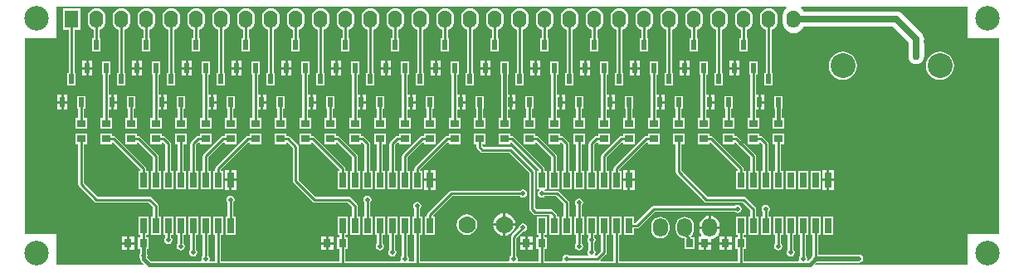
<source format=gbl>
G04*
G04 #@! TF.GenerationSoftware,Altium Limited,Altium Designer,20.0.2 (26)*
G04*
G04 Layer_Physical_Order=2*
G04 Layer_Color=16711680*
%FSLAX24Y24*%
%MOIN*%
G70*
G01*
G75*
%ADD15C,0.0100*%
%ADD42R,0.0310X0.0340*%
%ADD56R,0.0340X0.0310*%
%ADD59C,0.0200*%
%ADD60C,0.0250*%
%ADD61C,0.0150*%
%ADD62O,0.0550X0.0700*%
%ADD63R,0.0550X0.0700*%
%ADD65C,0.0700*%
%ADD66O,0.0600X0.0750*%
%ADD67C,0.0984*%
%ADD68C,0.0200*%
%ADD69C,0.0300*%
%ADD70R,0.0270X0.0600*%
%ADD71R,0.0217X0.0394*%
%ADD72C,0.1000*%
G36*
X38000Y9250D02*
X39250D01*
Y1375D01*
X38000D01*
Y125D01*
X31885D01*
X31866Y171D01*
X31907Y212D01*
X33625D01*
X33687Y224D01*
X33740Y260D01*
X33776Y313D01*
X33788Y375D01*
X33776Y437D01*
X33740Y490D01*
X33687Y526D01*
X33625Y538D01*
X31987D01*
Y1345D01*
X32070D01*
Y2065D01*
X31680D01*
Y1345D01*
X31763D01*
Y492D01*
X31760Y490D01*
X31724Y437D01*
X31720Y414D01*
X31602Y297D01*
X31566Y300D01*
X31533Y348D01*
X31538Y375D01*
X31526Y437D01*
X31490Y490D01*
X31487Y492D01*
Y1345D01*
X31570D01*
Y2065D01*
X31180D01*
Y1345D01*
X31263D01*
Y492D01*
X31260Y490D01*
X31224Y437D01*
X31212Y375D01*
X31221Y328D01*
X31192Y278D01*
X28987D01*
Y770D01*
X29090D01*
Y1230D01*
X28987D01*
Y1345D01*
X29070D01*
Y2065D01*
X28680D01*
Y1345D01*
X28763D01*
Y1230D01*
X28660D01*
Y770D01*
X28763D01*
Y278D01*
X23987D01*
Y1345D01*
X24070D01*
Y2065D01*
X23680D01*
Y1345D01*
X23763D01*
Y278D01*
X23257D01*
X23236Y328D01*
X23454Y546D01*
X23454Y546D01*
X23479Y582D01*
X23487Y625D01*
Y1345D01*
X23570D01*
Y2065D01*
X23180D01*
Y1345D01*
X23263D01*
Y671D01*
X23082Y490D01*
X23032Y494D01*
X23009Y537D01*
X23026Y563D01*
X23038Y625D01*
X23026Y687D01*
X22990Y740D01*
X22987Y742D01*
Y1008D01*
X22990Y1010D01*
X23026Y1063D01*
X23038Y1125D01*
X23026Y1187D01*
X22990Y1240D01*
X22987Y1242D01*
Y1345D01*
X23070D01*
Y2065D01*
X22680D01*
Y1345D01*
X22763D01*
Y1242D01*
X22760Y1240D01*
X22724Y1187D01*
X22712Y1125D01*
X22724Y1063D01*
X22760Y1010D01*
X22763Y1008D01*
Y742D01*
X22760Y740D01*
X22724Y687D01*
X22712Y625D01*
X22724Y563D01*
X22741Y537D01*
X22715Y487D01*
X21992D01*
X21990Y490D01*
X21937Y526D01*
X21875Y538D01*
X21813Y526D01*
X21760Y490D01*
X21724Y437D01*
X21712Y375D01*
X21721Y328D01*
X21692Y278D01*
X20987D01*
Y770D01*
X21090D01*
Y1230D01*
X20987D01*
Y1345D01*
X21070D01*
Y2065D01*
X20680D01*
Y1345D01*
X20763D01*
Y1230D01*
X20660D01*
Y770D01*
X20763D01*
Y278D01*
X19933D01*
X19904Y328D01*
X19913Y375D01*
X19901Y437D01*
X19865Y490D01*
X19862Y492D01*
Y1204D01*
X20121Y1463D01*
X20125Y1462D01*
X20187Y1474D01*
X20240Y1510D01*
X20276Y1563D01*
X20288Y1625D01*
X20276Y1687D01*
X20240Y1740D01*
X20187Y1776D01*
X20125Y1788D01*
X20063Y1776D01*
X20010Y1740D01*
X19974Y1687D01*
X19962Y1625D01*
X19963Y1621D01*
X19671Y1329D01*
X19646Y1293D01*
X19638Y1250D01*
X19638Y1250D01*
Y492D01*
X19635Y490D01*
X19599Y437D01*
X19587Y375D01*
X19596Y328D01*
X19567Y278D01*
X15987D01*
Y1345D01*
X16070D01*
Y2065D01*
X15987D01*
Y2383D01*
X15990Y2385D01*
X16026Y2438D01*
X16038Y2500D01*
X16026Y2562D01*
X15990Y2615D01*
X15937Y2651D01*
X15875Y2663D01*
X15813Y2651D01*
X15760Y2615D01*
X15724Y2562D01*
X15712Y2500D01*
X15724Y2438D01*
X15760Y2385D01*
X15763Y2383D01*
Y2065D01*
X15680D01*
Y1345D01*
X15763D01*
Y278D01*
X15558D01*
X15529Y328D01*
X15538Y375D01*
X15526Y437D01*
X15490Y490D01*
X15487Y492D01*
Y1345D01*
X15570D01*
Y2065D01*
X15180D01*
Y1345D01*
X15263D01*
Y492D01*
X15260Y490D01*
X15224Y437D01*
X15212Y375D01*
X15221Y328D01*
X15192Y278D01*
X12987D01*
Y770D01*
X13090D01*
Y1230D01*
X12987D01*
Y1345D01*
X13070D01*
Y2065D01*
X12680D01*
Y1345D01*
X12763D01*
Y1230D01*
X12660D01*
Y770D01*
X12763D01*
Y278D01*
X7987D01*
Y1345D01*
X8070D01*
Y2065D01*
X7680D01*
Y1345D01*
X7763D01*
Y278D01*
X7558D01*
X7529Y328D01*
X7538Y375D01*
X7526Y437D01*
X7490Y490D01*
X7486Y493D01*
X7487Y500D01*
Y1345D01*
X7570D01*
Y2065D01*
X7180D01*
Y1345D01*
X7263D01*
Y500D01*
X7264Y493D01*
X7260Y490D01*
X7224Y437D01*
X7212Y375D01*
X7221Y328D01*
X7192Y278D01*
X5167D01*
X5018Y426D01*
X5026Y438D01*
X5038Y500D01*
X5026Y562D01*
X5013Y582D01*
Y770D01*
X5090D01*
Y1230D01*
X4987D01*
Y1345D01*
X5070D01*
Y2065D01*
X4680D01*
Y1345D01*
X4763D01*
Y1230D01*
X4660D01*
Y770D01*
X4737D01*
Y582D01*
X4724Y562D01*
X4712Y500D01*
X4724Y438D01*
X4737Y418D01*
Y375D01*
X4748Y322D01*
X4778Y278D01*
X4884Y171D01*
X4865Y125D01*
X1375D01*
Y1375D01*
X125D01*
Y9250D01*
X1375D01*
Y10500D01*
X30697D01*
X30713Y10453D01*
X30691Y10435D01*
X30621Y10344D01*
X30577Y10239D01*
X30562Y10125D01*
Y9875D01*
X30577Y9762D01*
X30621Y9656D01*
X30691Y9565D01*
X30782Y9495D01*
X30887Y9451D01*
X31001Y9436D01*
X31115Y9451D01*
X31220Y9495D01*
X31311Y9565D01*
X31381Y9656D01*
X31394Y9687D01*
X34995D01*
X35621Y9062D01*
X35612Y9000D01*
Y8500D01*
X35623Y8419D01*
X35654Y8344D01*
X35704Y8279D01*
X35769Y8229D01*
X35844Y8198D01*
X35925Y8187D01*
X36006Y8198D01*
X36081Y8229D01*
X36146Y8279D01*
X36196Y8344D01*
X36227Y8419D01*
X36238Y8500D01*
Y9000D01*
X36227Y9081D01*
X36219Y9100D01*
X36227Y9119D01*
X36238Y9200D01*
X36227Y9281D01*
X36196Y9356D01*
X36146Y9421D01*
X35346Y10221D01*
X35281Y10271D01*
X35206Y10302D01*
X35125Y10313D01*
X35125Y10313D01*
X31394D01*
X31381Y10344D01*
X31311Y10435D01*
X31289Y10453D01*
X31305Y10500D01*
X38000D01*
Y9250D01*
D02*
G37*
%LPC*%
G36*
X29001Y10438D02*
X28907Y10426D01*
X28819Y10390D01*
X28744Y10332D01*
X28687Y10257D01*
X28650Y10169D01*
X28638Y10075D01*
Y9925D01*
X28650Y9831D01*
X28687Y9744D01*
X28744Y9668D01*
X28819Y9611D01*
X28888Y9582D01*
Y9223D01*
X28832D01*
Y8710D01*
X29168D01*
Y9223D01*
X29113D01*
Y9582D01*
X29183Y9611D01*
X29258Y9668D01*
X29316Y9744D01*
X29352Y9831D01*
X29364Y9925D01*
Y10075D01*
X29352Y10169D01*
X29316Y10257D01*
X29258Y10332D01*
X29183Y10390D01*
X29095Y10426D01*
X29001Y10438D01*
D02*
G37*
G36*
X27001D02*
X26907Y10426D01*
X26820Y10390D01*
X26744Y10332D01*
X26687Y10257D01*
X26650Y10169D01*
X26638Y10075D01*
Y9925D01*
X26650Y9831D01*
X26687Y9744D01*
X26744Y9668D01*
X26820Y9611D01*
X26888Y9582D01*
Y9223D01*
X26832D01*
Y8710D01*
X27168D01*
Y9223D01*
X27113D01*
Y9582D01*
X27183Y9611D01*
X27258Y9668D01*
X27316Y9744D01*
X27352Y9831D01*
X27364Y9925D01*
Y10075D01*
X27352Y10169D01*
X27316Y10257D01*
X27258Y10332D01*
X27183Y10390D01*
X27095Y10426D01*
X27001Y10438D01*
D02*
G37*
G36*
X25001D02*
X24907Y10426D01*
X24820Y10390D01*
X24744Y10332D01*
X24687Y10257D01*
X24650Y10169D01*
X24638Y10075D01*
Y9925D01*
X24650Y9831D01*
X24687Y9744D01*
X24744Y9668D01*
X24820Y9611D01*
X24888Y9582D01*
Y9223D01*
X24832D01*
Y8710D01*
X25168D01*
Y9223D01*
X25113D01*
Y9582D01*
X25183Y9611D01*
X25258Y9668D01*
X25316Y9744D01*
X25352Y9831D01*
X25364Y9925D01*
Y10075D01*
X25352Y10169D01*
X25316Y10257D01*
X25258Y10332D01*
X25183Y10390D01*
X25095Y10426D01*
X25001Y10438D01*
D02*
G37*
G36*
X23001D02*
X22907Y10426D01*
X22819Y10390D01*
X22744Y10332D01*
X22687Y10257D01*
X22650Y10169D01*
X22638Y10075D01*
Y9925D01*
X22650Y9831D01*
X22687Y9744D01*
X22744Y9668D01*
X22819Y9611D01*
X22888Y9582D01*
Y9223D01*
X22832D01*
Y8710D01*
X23168D01*
Y9223D01*
X23113D01*
Y9582D01*
X23183Y9611D01*
X23258Y9668D01*
X23316Y9744D01*
X23352Y9831D01*
X23364Y9925D01*
Y10075D01*
X23352Y10169D01*
X23316Y10257D01*
X23258Y10332D01*
X23183Y10390D01*
X23095Y10426D01*
X23001Y10438D01*
D02*
G37*
G36*
X21001D02*
X20907Y10426D01*
X20819Y10390D01*
X20744Y10332D01*
X20687Y10257D01*
X20650Y10169D01*
X20638Y10075D01*
Y9925D01*
X20650Y9831D01*
X20687Y9744D01*
X20744Y9668D01*
X20819Y9611D01*
X20888Y9582D01*
Y9223D01*
X20832D01*
Y8710D01*
X21168D01*
Y9223D01*
X21113D01*
Y9582D01*
X21183Y9611D01*
X21258Y9668D01*
X21316Y9744D01*
X21352Y9831D01*
X21364Y9925D01*
Y10075D01*
X21352Y10169D01*
X21316Y10257D01*
X21258Y10332D01*
X21183Y10390D01*
X21095Y10426D01*
X21001Y10438D01*
D02*
G37*
G36*
X19001D02*
X18907Y10426D01*
X18820Y10390D01*
X18744Y10332D01*
X18687Y10257D01*
X18650Y10169D01*
X18638Y10075D01*
Y9925D01*
X18650Y9831D01*
X18687Y9744D01*
X18744Y9668D01*
X18820Y9611D01*
X18888Y9582D01*
Y9223D01*
X18832D01*
Y8710D01*
X19168D01*
Y9223D01*
X19113D01*
Y9582D01*
X19183Y9611D01*
X19258Y9668D01*
X19316Y9744D01*
X19352Y9831D01*
X19364Y9925D01*
Y10075D01*
X19352Y10169D01*
X19316Y10257D01*
X19258Y10332D01*
X19183Y10390D01*
X19095Y10426D01*
X19001Y10438D01*
D02*
G37*
G36*
X17001Y10438D02*
X16907Y10426D01*
X16819Y10390D01*
X16744Y10332D01*
X16687Y10257D01*
X16650Y10169D01*
X16638Y10075D01*
Y9925D01*
X16650Y9831D01*
X16687Y9744D01*
X16744Y9668D01*
X16819Y9611D01*
X16888Y9582D01*
Y9223D01*
X16832D01*
Y8710D01*
X17168D01*
Y9223D01*
X17113D01*
Y9582D01*
X17183Y9611D01*
X17258Y9668D01*
X17316Y9744D01*
X17352Y9831D01*
X17364Y9925D01*
Y10075D01*
X17352Y10169D01*
X17316Y10257D01*
X17258Y10332D01*
X17183Y10390D01*
X17095Y10426D01*
X17001Y10438D01*
D02*
G37*
G36*
X15000Y10438D02*
X14906Y10426D01*
X14818Y10389D01*
X14743Y10332D01*
X14686Y10257D01*
X14649Y10169D01*
X14637Y10075D01*
Y9925D01*
X14649Y9831D01*
X14686Y9743D01*
X14743Y9668D01*
X14818Y9611D01*
X14888Y9582D01*
Y9223D01*
X14832D01*
Y8710D01*
X15168D01*
Y9223D01*
X15112D01*
Y9582D01*
X15182Y9611D01*
X15257Y9668D01*
X15314Y9743D01*
X15351Y9831D01*
X15363Y9925D01*
Y10075D01*
X15351Y10169D01*
X15314Y10257D01*
X15257Y10332D01*
X15182Y10389D01*
X15094Y10426D01*
X15000Y10438D01*
D02*
G37*
G36*
X13000D02*
X12906Y10426D01*
X12818Y10389D01*
X12743Y10332D01*
X12686Y10257D01*
X12649Y10169D01*
X12637Y10075D01*
Y9925D01*
X12649Y9831D01*
X12686Y9743D01*
X12743Y9668D01*
X12818Y9611D01*
X12888Y9582D01*
Y9223D01*
X12832D01*
Y8710D01*
X13168D01*
Y9223D01*
X13112D01*
Y9582D01*
X13182Y9611D01*
X13257Y9668D01*
X13314Y9743D01*
X13351Y9831D01*
X13363Y9925D01*
Y10075D01*
X13351Y10169D01*
X13314Y10257D01*
X13257Y10332D01*
X13182Y10389D01*
X13094Y10426D01*
X13000Y10438D01*
D02*
G37*
G36*
X11000D02*
X10906Y10426D01*
X10818Y10389D01*
X10743Y10332D01*
X10686Y10257D01*
X10649Y10169D01*
X10637Y10075D01*
Y9925D01*
X10649Y9831D01*
X10686Y9743D01*
X10743Y9668D01*
X10818Y9611D01*
X10888Y9582D01*
Y9223D01*
X10832D01*
Y8710D01*
X11168D01*
Y9223D01*
X11112D01*
Y9582D01*
X11182Y9611D01*
X11257Y9668D01*
X11314Y9743D01*
X11351Y9831D01*
X11363Y9925D01*
Y10075D01*
X11351Y10169D01*
X11314Y10257D01*
X11257Y10332D01*
X11182Y10389D01*
X11094Y10426D01*
X11000Y10438D01*
D02*
G37*
G36*
X9000D02*
X8906Y10426D01*
X8818Y10389D01*
X8743Y10332D01*
X8686Y10257D01*
X8649Y10169D01*
X8637Y10075D01*
Y9925D01*
X8649Y9831D01*
X8686Y9743D01*
X8743Y9668D01*
X8818Y9611D01*
X8888Y9582D01*
Y9223D01*
X8832D01*
Y8710D01*
X9168D01*
Y9223D01*
X9112D01*
Y9582D01*
X9182Y9611D01*
X9257Y9668D01*
X9314Y9743D01*
X9351Y9831D01*
X9363Y9925D01*
Y10075D01*
X9351Y10169D01*
X9314Y10257D01*
X9257Y10332D01*
X9182Y10389D01*
X9094Y10426D01*
X9000Y10438D01*
D02*
G37*
G36*
X7000D02*
X6906Y10426D01*
X6818Y10389D01*
X6743Y10332D01*
X6686Y10257D01*
X6649Y10169D01*
X6637Y10075D01*
Y9925D01*
X6649Y9831D01*
X6686Y9743D01*
X6743Y9668D01*
X6818Y9611D01*
X6888Y9582D01*
Y9223D01*
X6832D01*
Y8710D01*
X7168D01*
Y9223D01*
X7112D01*
Y9582D01*
X7182Y9611D01*
X7257Y9668D01*
X7314Y9743D01*
X7351Y9831D01*
X7363Y9925D01*
Y10075D01*
X7351Y10169D01*
X7314Y10257D01*
X7257Y10332D01*
X7182Y10389D01*
X7094Y10426D01*
X7000Y10438D01*
D02*
G37*
G36*
X5000D02*
X4906Y10426D01*
X4818Y10389D01*
X4743Y10332D01*
X4686Y10257D01*
X4649Y10169D01*
X4637Y10075D01*
Y9925D01*
X4649Y9831D01*
X4686Y9743D01*
X4743Y9668D01*
X4818Y9611D01*
X4888Y9582D01*
Y9223D01*
X4832D01*
Y8710D01*
X5168D01*
Y9223D01*
X5112D01*
Y9582D01*
X5182Y9611D01*
X5257Y9668D01*
X5314Y9743D01*
X5351Y9831D01*
X5363Y9925D01*
Y10075D01*
X5351Y10169D01*
X5314Y10257D01*
X5257Y10332D01*
X5182Y10389D01*
X5094Y10426D01*
X5000Y10438D01*
D02*
G37*
G36*
X3000D02*
X2906Y10426D01*
X2818Y10389D01*
X2743Y10332D01*
X2686Y10257D01*
X2649Y10169D01*
X2637Y10075D01*
Y9925D01*
X2649Y9831D01*
X2686Y9743D01*
X2743Y9668D01*
X2818Y9611D01*
X2888Y9582D01*
Y9223D01*
X2832D01*
Y8710D01*
X3168D01*
Y9223D01*
X3112D01*
Y9582D01*
X3182Y9611D01*
X3257Y9668D01*
X3314Y9743D01*
X3351Y9831D01*
X3363Y9925D01*
Y10075D01*
X3351Y10169D01*
X3314Y10257D01*
X3257Y10332D01*
X3182Y10389D01*
X3094Y10426D01*
X3000Y10438D01*
D02*
G37*
G36*
X28834Y8330D02*
X28676D01*
Y8083D01*
X28834D01*
Y8330D01*
D02*
G37*
G36*
X18834D02*
X18676D01*
Y8083D01*
X18834D01*
Y8330D01*
D02*
G37*
G36*
X12834D02*
X12676D01*
Y8083D01*
X12834D01*
Y8330D01*
D02*
G37*
G36*
X2834D02*
X2676D01*
Y8083D01*
X2834D01*
Y8330D01*
D02*
G37*
G36*
X26834D02*
X26676D01*
Y8083D01*
X26834D01*
Y8330D01*
D02*
G37*
G36*
X24834D02*
X24676D01*
Y8083D01*
X24834D01*
Y8330D01*
D02*
G37*
G36*
X22834D02*
X22676D01*
Y8083D01*
X22834D01*
Y8330D01*
D02*
G37*
G36*
X16834D02*
X16676D01*
Y8083D01*
X16834D01*
Y8330D01*
D02*
G37*
G36*
X14834D02*
X14676D01*
Y8083D01*
X14834D01*
Y8330D01*
D02*
G37*
G36*
X8834D02*
X8676D01*
Y8083D01*
X8834D01*
Y8330D01*
D02*
G37*
G36*
X6834D02*
X6676D01*
Y8083D01*
X6834D01*
Y8330D01*
D02*
G37*
G36*
X4834D02*
X4676D01*
Y8083D01*
X4834D01*
Y8330D01*
D02*
G37*
G36*
X20834D02*
X20676D01*
Y8083D01*
X20834D01*
Y8330D01*
D02*
G37*
G36*
X10834D02*
X10676D01*
Y8083D01*
X10834D01*
Y8330D01*
D02*
G37*
G36*
X18576D02*
X18418D01*
Y8083D01*
X18576D01*
Y8330D01*
D02*
G37*
G36*
X28576D02*
X28418D01*
Y8083D01*
X28576D01*
Y8330D01*
D02*
G37*
G36*
X12576D02*
X12418D01*
Y8083D01*
X12576D01*
Y8330D01*
D02*
G37*
G36*
X2576D02*
X2418D01*
Y8083D01*
X2576D01*
Y8330D01*
D02*
G37*
G36*
X22576D02*
X22418D01*
Y8083D01*
X22576D01*
Y8330D01*
D02*
G37*
G36*
X14576D02*
X14418D01*
Y8083D01*
X14576D01*
Y8330D01*
D02*
G37*
G36*
X4576D02*
X4418D01*
Y8083D01*
X4576D01*
Y8330D01*
D02*
G37*
G36*
X26576D02*
X26418D01*
Y8083D01*
X26576D01*
Y8330D01*
D02*
G37*
G36*
X24576D02*
X24418D01*
Y8083D01*
X24576D01*
Y8330D01*
D02*
G37*
G36*
X16576D02*
X16418D01*
Y8083D01*
X16576D01*
Y8330D01*
D02*
G37*
G36*
X8576D02*
X8418D01*
Y8083D01*
X8576D01*
Y8330D01*
D02*
G37*
G36*
X6576D02*
X6418D01*
Y8083D01*
X6576D01*
Y8330D01*
D02*
G37*
G36*
X20576D02*
X20418D01*
Y8083D01*
X20576D01*
Y8330D01*
D02*
G37*
G36*
X10576D02*
X10418D01*
Y8083D01*
X10576D01*
Y8330D01*
D02*
G37*
G36*
X28834Y7983D02*
X28676D01*
Y7737D01*
X28834D01*
Y7983D01*
D02*
G37*
G36*
X28576D02*
X28418D01*
Y7737D01*
X28576D01*
Y7983D01*
D02*
G37*
G36*
X26834D02*
X26676D01*
Y7737D01*
X26834D01*
Y7983D01*
D02*
G37*
G36*
X26576D02*
X26418D01*
Y7737D01*
X26576D01*
Y7983D01*
D02*
G37*
G36*
X24834D02*
X24676D01*
Y7737D01*
X24834D01*
Y7983D01*
D02*
G37*
G36*
X24576D02*
X24418D01*
Y7737D01*
X24576D01*
Y7983D01*
D02*
G37*
G36*
X22834D02*
X22676D01*
Y7737D01*
X22834D01*
Y7983D01*
D02*
G37*
G36*
X22576D02*
X22418D01*
Y7737D01*
X22576D01*
Y7983D01*
D02*
G37*
G36*
X20834D02*
X20676D01*
Y7737D01*
X20834D01*
Y7983D01*
D02*
G37*
G36*
X20576D02*
X20418D01*
Y7737D01*
X20576D01*
Y7983D01*
D02*
G37*
G36*
X18834D02*
X18676D01*
Y7737D01*
X18834D01*
Y7983D01*
D02*
G37*
G36*
X18576D02*
X18418D01*
Y7737D01*
X18576D01*
Y7983D01*
D02*
G37*
G36*
X16834D02*
X16676D01*
Y7737D01*
X16834D01*
Y7983D01*
D02*
G37*
G36*
X16576D02*
X16418D01*
Y7737D01*
X16576D01*
Y7983D01*
D02*
G37*
G36*
X14834D02*
X14676D01*
Y7737D01*
X14834D01*
Y7983D01*
D02*
G37*
G36*
X14576D02*
X14418D01*
Y7737D01*
X14576D01*
Y7983D01*
D02*
G37*
G36*
X12834D02*
X12676D01*
Y7737D01*
X12834D01*
Y7983D01*
D02*
G37*
G36*
X12576D02*
X12418D01*
Y7737D01*
X12576D01*
Y7983D01*
D02*
G37*
G36*
X10834D02*
X10676D01*
Y7737D01*
X10834D01*
Y7983D01*
D02*
G37*
G36*
X10576D02*
X10418D01*
Y7737D01*
X10576D01*
Y7983D01*
D02*
G37*
G36*
X8834D02*
X8676D01*
Y7737D01*
X8834D01*
Y7983D01*
D02*
G37*
G36*
X8576D02*
X8418D01*
Y7737D01*
X8576D01*
Y7983D01*
D02*
G37*
G36*
X6834D02*
X6676D01*
Y7737D01*
X6834D01*
Y7983D01*
D02*
G37*
G36*
X6576D02*
X6418D01*
Y7737D01*
X6576D01*
Y7983D01*
D02*
G37*
G36*
X4834D02*
X4676D01*
Y7737D01*
X4834D01*
Y7983D01*
D02*
G37*
G36*
X4576D02*
X4418D01*
Y7737D01*
X4576D01*
Y7983D01*
D02*
G37*
G36*
X2834D02*
X2676D01*
Y7737D01*
X2834D01*
Y7983D01*
D02*
G37*
G36*
X2576D02*
X2418D01*
Y7737D01*
X2576D01*
Y7983D01*
D02*
G37*
G36*
X36875Y8690D02*
X36729Y8671D01*
X36593Y8614D01*
X36476Y8524D01*
X36386Y8407D01*
X36329Y8271D01*
X36310Y8125D01*
X36329Y7979D01*
X36386Y7843D01*
X36476Y7726D01*
X36593Y7636D01*
X36729Y7579D01*
X36875Y7560D01*
X37021Y7579D01*
X37157Y7636D01*
X37274Y7726D01*
X37364Y7843D01*
X37421Y7979D01*
X37440Y8125D01*
X37421Y8271D01*
X37364Y8407D01*
X37274Y8524D01*
X37157Y8614D01*
X37021Y8671D01*
X36875Y8690D01*
D02*
G37*
G36*
X32975D02*
X32829Y8671D01*
X32693Y8614D01*
X32576Y8524D01*
X32486Y8407D01*
X32429Y8271D01*
X32410Y8125D01*
X32429Y7979D01*
X32486Y7843D01*
X32576Y7726D01*
X32693Y7636D01*
X32829Y7579D01*
X32975Y7560D01*
X33121Y7579D01*
X33257Y7636D01*
X33374Y7726D01*
X33464Y7843D01*
X33521Y7979D01*
X33540Y8125D01*
X33521Y8271D01*
X33464Y8407D01*
X33374Y8524D01*
X33257Y8614D01*
X33121Y8671D01*
X32975Y8690D01*
D02*
G37*
G36*
X30001Y10438D02*
X29907Y10426D01*
X29820Y10390D01*
X29744Y10332D01*
X29687Y10257D01*
X29650Y10169D01*
X29638Y10075D01*
Y9925D01*
X29650Y9831D01*
X29687Y9744D01*
X29744Y9668D01*
X29820Y9611D01*
X29888Y9582D01*
Y7848D01*
X29832D01*
Y7335D01*
X30168D01*
Y7848D01*
X30113D01*
Y9582D01*
X30183Y9611D01*
X30258Y9668D01*
X30316Y9744D01*
X30352Y9831D01*
X30364Y9925D01*
Y10075D01*
X30352Y10169D01*
X30316Y10257D01*
X30258Y10332D01*
X30183Y10390D01*
X30095Y10426D01*
X30001Y10438D01*
D02*
G37*
G36*
X28001D02*
X27907Y10426D01*
X27819Y10390D01*
X27744Y10332D01*
X27687Y10257D01*
X27650Y10169D01*
X27638Y10075D01*
Y9925D01*
X27650Y9831D01*
X27687Y9744D01*
X27744Y9668D01*
X27819Y9611D01*
X27888Y9582D01*
Y7848D01*
X27832D01*
Y7335D01*
X28168D01*
Y7848D01*
X28113D01*
Y9582D01*
X28183Y9611D01*
X28258Y9668D01*
X28316Y9744D01*
X28352Y9831D01*
X28364Y9925D01*
Y10075D01*
X28352Y10169D01*
X28316Y10257D01*
X28258Y10332D01*
X28183Y10390D01*
X28095Y10426D01*
X28001Y10438D01*
D02*
G37*
G36*
X26001D02*
X25907Y10426D01*
X25819Y10390D01*
X25744Y10332D01*
X25687Y10257D01*
X25650Y10169D01*
X25638Y10075D01*
Y9925D01*
X25650Y9831D01*
X25687Y9744D01*
X25744Y9668D01*
X25819Y9611D01*
X25888Y9582D01*
Y7848D01*
X25832D01*
Y7335D01*
X26168D01*
Y7848D01*
X26113D01*
Y9582D01*
X26183Y9611D01*
X26258Y9668D01*
X26316Y9744D01*
X26352Y9831D01*
X26364Y9925D01*
Y10075D01*
X26352Y10169D01*
X26316Y10257D01*
X26258Y10332D01*
X26183Y10390D01*
X26095Y10426D01*
X26001Y10438D01*
D02*
G37*
G36*
X24001D02*
X23907Y10426D01*
X23819Y10390D01*
X23744Y10332D01*
X23687Y10257D01*
X23650Y10169D01*
X23638Y10075D01*
Y9925D01*
X23650Y9831D01*
X23687Y9744D01*
X23744Y9668D01*
X23819Y9611D01*
X23888Y9582D01*
Y7848D01*
X23832D01*
Y7335D01*
X24168D01*
Y7848D01*
X24113D01*
Y9582D01*
X24183Y9611D01*
X24258Y9668D01*
X24316Y9744D01*
X24352Y9831D01*
X24364Y9925D01*
Y10075D01*
X24352Y10169D01*
X24316Y10257D01*
X24258Y10332D01*
X24183Y10390D01*
X24095Y10426D01*
X24001Y10438D01*
D02*
G37*
G36*
X22001D02*
X21907Y10426D01*
X21820Y10390D01*
X21744Y10332D01*
X21687Y10257D01*
X21650Y10169D01*
X21638Y10075D01*
Y9925D01*
X21650Y9831D01*
X21687Y9744D01*
X21744Y9668D01*
X21820Y9611D01*
X21888Y9582D01*
Y7848D01*
X21832D01*
Y7335D01*
X22168D01*
Y7848D01*
X22113D01*
Y9582D01*
X22183Y9611D01*
X22258Y9668D01*
X22316Y9744D01*
X22352Y9831D01*
X22364Y9925D01*
Y10075D01*
X22352Y10169D01*
X22316Y10257D01*
X22258Y10332D01*
X22183Y10390D01*
X22095Y10426D01*
X22001Y10438D01*
D02*
G37*
G36*
X20001D02*
X19907Y10426D01*
X19820Y10390D01*
X19744Y10332D01*
X19687Y10257D01*
X19650Y10169D01*
X19638Y10075D01*
Y9925D01*
X19650Y9831D01*
X19687Y9744D01*
X19744Y9668D01*
X19820Y9611D01*
X19888Y9582D01*
Y7848D01*
X19832D01*
Y7335D01*
X20168D01*
Y7848D01*
X20113D01*
Y9582D01*
X20183Y9611D01*
X20258Y9668D01*
X20316Y9744D01*
X20352Y9831D01*
X20364Y9925D01*
Y10075D01*
X20352Y10169D01*
X20316Y10257D01*
X20258Y10332D01*
X20183Y10390D01*
X20095Y10426D01*
X20001Y10438D01*
D02*
G37*
G36*
X18001D02*
X17907Y10426D01*
X17819Y10390D01*
X17744Y10332D01*
X17687Y10257D01*
X17650Y10169D01*
X17638Y10075D01*
Y9925D01*
X17650Y9831D01*
X17687Y9744D01*
X17744Y9668D01*
X17819Y9611D01*
X17888Y9582D01*
Y7848D01*
X17832D01*
Y7335D01*
X18168D01*
Y7848D01*
X18113D01*
Y9582D01*
X18183Y9611D01*
X18258Y9668D01*
X18316Y9744D01*
X18352Y9831D01*
X18364Y9925D01*
Y10075D01*
X18352Y10169D01*
X18316Y10257D01*
X18258Y10332D01*
X18183Y10390D01*
X18095Y10426D01*
X18001Y10438D01*
D02*
G37*
G36*
X16000Y10438D02*
X15906Y10426D01*
X15818Y10389D01*
X15743Y10332D01*
X15686Y10257D01*
X15649Y10169D01*
X15637Y10075D01*
Y9925D01*
X15649Y9831D01*
X15686Y9743D01*
X15743Y9668D01*
X15818Y9611D01*
X15888Y9582D01*
Y7848D01*
X15832D01*
Y7335D01*
X16168D01*
Y7848D01*
X16112D01*
Y9582D01*
X16182Y9611D01*
X16257Y9668D01*
X16314Y9743D01*
X16351Y9831D01*
X16363Y9925D01*
Y10075D01*
X16351Y10169D01*
X16314Y10257D01*
X16257Y10332D01*
X16182Y10389D01*
X16094Y10426D01*
X16000Y10438D01*
D02*
G37*
G36*
X14000D02*
X13906Y10426D01*
X13818Y10389D01*
X13743Y10332D01*
X13686Y10257D01*
X13649Y10169D01*
X13637Y10075D01*
Y9925D01*
X13649Y9831D01*
X13686Y9743D01*
X13743Y9668D01*
X13818Y9611D01*
X13888Y9582D01*
Y7848D01*
X13832D01*
Y7335D01*
X14168D01*
Y7848D01*
X14112D01*
Y9582D01*
X14182Y9611D01*
X14257Y9668D01*
X14314Y9743D01*
X14351Y9831D01*
X14363Y9925D01*
Y10075D01*
X14351Y10169D01*
X14314Y10257D01*
X14257Y10332D01*
X14182Y10389D01*
X14094Y10426D01*
X14000Y10438D01*
D02*
G37*
G36*
X12000D02*
X11906Y10426D01*
X11818Y10389D01*
X11743Y10332D01*
X11686Y10257D01*
X11649Y10169D01*
X11637Y10075D01*
Y9925D01*
X11649Y9831D01*
X11686Y9743D01*
X11743Y9668D01*
X11818Y9611D01*
X11888Y9582D01*
Y7848D01*
X11832D01*
Y7335D01*
X12168D01*
Y7848D01*
X12112D01*
Y9582D01*
X12182Y9611D01*
X12257Y9668D01*
X12314Y9743D01*
X12351Y9831D01*
X12363Y9925D01*
Y10075D01*
X12351Y10169D01*
X12314Y10257D01*
X12257Y10332D01*
X12182Y10389D01*
X12094Y10426D01*
X12000Y10438D01*
D02*
G37*
G36*
X10000D02*
X9906Y10426D01*
X9818Y10389D01*
X9743Y10332D01*
X9686Y10257D01*
X9649Y10169D01*
X9637Y10075D01*
Y9925D01*
X9649Y9831D01*
X9686Y9743D01*
X9743Y9668D01*
X9818Y9611D01*
X9888Y9582D01*
Y7848D01*
X9832D01*
Y7335D01*
X10168D01*
Y7848D01*
X10112D01*
Y9582D01*
X10182Y9611D01*
X10257Y9668D01*
X10314Y9743D01*
X10351Y9831D01*
X10363Y9925D01*
Y10075D01*
X10351Y10169D01*
X10314Y10257D01*
X10257Y10332D01*
X10182Y10389D01*
X10094Y10426D01*
X10000Y10438D01*
D02*
G37*
G36*
X8000D02*
X7906Y10426D01*
X7818Y10389D01*
X7743Y10332D01*
X7686Y10257D01*
X7649Y10169D01*
X7637Y10075D01*
Y9925D01*
X7649Y9831D01*
X7686Y9743D01*
X7743Y9668D01*
X7818Y9611D01*
X7888Y9582D01*
Y7848D01*
X7832D01*
Y7335D01*
X8168D01*
Y7848D01*
X8112D01*
Y9582D01*
X8182Y9611D01*
X8257Y9668D01*
X8314Y9743D01*
X8351Y9831D01*
X8363Y9925D01*
Y10075D01*
X8351Y10169D01*
X8314Y10257D01*
X8257Y10332D01*
X8182Y10389D01*
X8094Y10426D01*
X8000Y10438D01*
D02*
G37*
G36*
X6000D02*
X5906Y10426D01*
X5818Y10389D01*
X5743Y10332D01*
X5686Y10257D01*
X5649Y10169D01*
X5637Y10075D01*
Y9925D01*
X5649Y9831D01*
X5686Y9743D01*
X5743Y9668D01*
X5818Y9611D01*
X5888Y9582D01*
Y7848D01*
X5832D01*
Y7335D01*
X6168D01*
Y7848D01*
X6112D01*
Y9582D01*
X6182Y9611D01*
X6257Y9668D01*
X6314Y9743D01*
X6351Y9831D01*
X6363Y9925D01*
Y10075D01*
X6351Y10169D01*
X6314Y10257D01*
X6257Y10332D01*
X6182Y10389D01*
X6094Y10426D01*
X6000Y10438D01*
D02*
G37*
G36*
X4000D02*
X3906Y10426D01*
X3818Y10389D01*
X3743Y10332D01*
X3686Y10257D01*
X3649Y10169D01*
X3637Y10075D01*
Y9925D01*
X3649Y9831D01*
X3686Y9743D01*
X3743Y9668D01*
X3818Y9611D01*
X3888Y9582D01*
Y7848D01*
X3832D01*
Y7335D01*
X4168D01*
Y7848D01*
X4112D01*
Y9582D01*
X4182Y9611D01*
X4257Y9668D01*
X4314Y9743D01*
X4351Y9831D01*
X4363Y9925D01*
Y10075D01*
X4351Y10169D01*
X4314Y10257D01*
X4257Y10332D01*
X4182Y10389D01*
X4094Y10426D01*
X4000Y10438D01*
D02*
G37*
G36*
X2360Y10435D02*
X1640D01*
Y9565D01*
X1888D01*
Y7848D01*
X1832D01*
Y7335D01*
X2168D01*
Y7848D01*
X2112D01*
Y9565D01*
X2360D01*
Y10435D01*
D02*
G37*
G36*
X23834Y6955D02*
X23676D01*
Y6708D01*
X23834D01*
Y6955D01*
D02*
G37*
G36*
X17834D02*
X17676D01*
Y6708D01*
X17834D01*
Y6955D01*
D02*
G37*
G36*
X13834D02*
X13676D01*
Y6708D01*
X13834D01*
Y6955D01*
D02*
G37*
G36*
X7834D02*
X7676D01*
Y6708D01*
X7834D01*
Y6955D01*
D02*
G37*
G36*
X29834D02*
X29676D01*
Y6708D01*
X29834D01*
Y6955D01*
D02*
G37*
G36*
X27834D02*
X27676D01*
Y6708D01*
X27834D01*
Y6955D01*
D02*
G37*
G36*
X21834D02*
X21676D01*
Y6708D01*
X21834D01*
Y6955D01*
D02*
G37*
G36*
X19834D02*
X19676D01*
Y6708D01*
X19834D01*
Y6955D01*
D02*
G37*
G36*
X11834D02*
X11676D01*
Y6708D01*
X11834D01*
Y6955D01*
D02*
G37*
G36*
X9834D02*
X9676D01*
Y6708D01*
X9834D01*
Y6955D01*
D02*
G37*
G36*
X3834D02*
X3676D01*
Y6708D01*
X3834D01*
Y6955D01*
D02*
G37*
G36*
X1834D02*
X1676D01*
Y6708D01*
X1834D01*
Y6955D01*
D02*
G37*
G36*
X25834D02*
X25676D01*
Y6708D01*
X25834D01*
Y6955D01*
D02*
G37*
G36*
X15834D02*
X15676D01*
Y6708D01*
X15834D01*
Y6955D01*
D02*
G37*
G36*
X5834D02*
X5676D01*
Y6708D01*
X5834D01*
Y6955D01*
D02*
G37*
G36*
X1576D02*
X1418D01*
Y6708D01*
X1576D01*
Y6955D01*
D02*
G37*
G36*
X29834Y6608D02*
X29676D01*
Y6362D01*
X29834D01*
Y6608D01*
D02*
G37*
G36*
X27834D02*
X27676D01*
Y6362D01*
X27834D01*
Y6608D01*
D02*
G37*
G36*
X25834D02*
X25676D01*
Y6362D01*
X25834D01*
Y6608D01*
D02*
G37*
G36*
X23834D02*
X23676D01*
Y6362D01*
X23834D01*
Y6608D01*
D02*
G37*
G36*
X21834D02*
X21676D01*
Y6362D01*
X21834D01*
Y6608D01*
D02*
G37*
G36*
X19834D02*
X19676D01*
Y6362D01*
X19834D01*
Y6608D01*
D02*
G37*
G36*
X17834D02*
X17676D01*
Y6362D01*
X17834D01*
Y6608D01*
D02*
G37*
G36*
X15834D02*
X15676D01*
Y6362D01*
X15834D01*
Y6608D01*
D02*
G37*
G36*
X13834D02*
X13676D01*
Y6362D01*
X13834D01*
Y6608D01*
D02*
G37*
G36*
X11834D02*
X11676D01*
Y6362D01*
X11834D01*
Y6608D01*
D02*
G37*
G36*
X9834D02*
X9676D01*
Y6362D01*
X9834D01*
Y6608D01*
D02*
G37*
G36*
X7834D02*
X7676D01*
Y6362D01*
X7834D01*
Y6608D01*
D02*
G37*
G36*
X5834D02*
X5676D01*
Y6362D01*
X5834D01*
Y6608D01*
D02*
G37*
G36*
X3834D02*
X3676D01*
Y6362D01*
X3834D01*
Y6608D01*
D02*
G37*
G36*
X1834D02*
X1676D01*
Y6362D01*
X1834D01*
Y6608D01*
D02*
G37*
G36*
X1576D02*
X1418D01*
Y6362D01*
X1576D01*
Y6608D01*
D02*
G37*
G36*
X30542Y6915D02*
X30206D01*
Y6402D01*
X30237D01*
Y6020D01*
X30145D01*
Y5590D01*
X30605D01*
Y6020D01*
X30512D01*
Y6402D01*
X30542D01*
Y6915D01*
D02*
G37*
G36*
X29542Y8290D02*
X29206D01*
Y7777D01*
X29262D01*
Y6020D01*
X29145D01*
Y5590D01*
X29605D01*
Y6020D01*
X29486D01*
Y6362D01*
X29576D01*
Y6658D01*
Y6955D01*
X29486D01*
Y7777D01*
X29542D01*
Y8290D01*
D02*
G37*
G36*
X28542Y6915D02*
X28206D01*
Y6402D01*
X28262D01*
Y6020D01*
X28145D01*
Y5590D01*
X28605D01*
Y6020D01*
X28486D01*
Y6402D01*
X28542D01*
Y6915D01*
D02*
G37*
G36*
X27542Y8290D02*
X27206D01*
Y7777D01*
X27262D01*
Y6020D01*
X27145D01*
Y5590D01*
X27605D01*
Y6020D01*
X27486D01*
Y6362D01*
X27576D01*
Y6658D01*
Y6955D01*
X27486D01*
Y7777D01*
X27542D01*
Y8290D01*
D02*
G37*
G36*
X26542Y6915D02*
X26206D01*
Y6402D01*
X26262D01*
Y6020D01*
X26145D01*
Y5590D01*
X26605D01*
Y6020D01*
X26486D01*
Y6402D01*
X26542D01*
Y6915D01*
D02*
G37*
G36*
X25542Y8290D02*
X25206D01*
Y7777D01*
X25262D01*
Y6020D01*
X25145D01*
Y5590D01*
X25605D01*
Y6020D01*
X25486D01*
Y6362D01*
X25576D01*
Y6658D01*
Y6955D01*
X25486D01*
Y7777D01*
X25542D01*
Y8290D01*
D02*
G37*
G36*
X24542Y6915D02*
X24206D01*
Y6402D01*
X24237D01*
Y6020D01*
X24145D01*
Y5590D01*
X24605D01*
Y6020D01*
X24512D01*
Y6402D01*
X24542D01*
Y6915D01*
D02*
G37*
G36*
X23542Y8290D02*
X23206D01*
Y7777D01*
X23262D01*
Y6020D01*
X23145D01*
Y5590D01*
X23605D01*
Y6020D01*
X23486D01*
Y6362D01*
X23576D01*
Y6658D01*
Y6955D01*
X23486D01*
Y7777D01*
X23542D01*
Y8290D01*
D02*
G37*
G36*
X22542Y6915D02*
X22206D01*
Y6402D01*
X22262D01*
Y6020D01*
X22145D01*
Y5590D01*
X22605D01*
Y6020D01*
X22486D01*
Y6402D01*
X22542D01*
Y6915D01*
D02*
G37*
G36*
X21542Y8290D02*
X21206D01*
Y7777D01*
X21262D01*
Y6020D01*
X21145D01*
Y5590D01*
X21605D01*
Y6020D01*
X21486D01*
Y6362D01*
X21576D01*
Y6658D01*
Y6955D01*
X21486D01*
Y7777D01*
X21542D01*
Y8290D01*
D02*
G37*
G36*
X20542Y6915D02*
X20206D01*
Y6402D01*
X20262D01*
Y6020D01*
X20145D01*
Y5590D01*
X20605D01*
Y6020D01*
X20486D01*
Y6402D01*
X20542D01*
Y6915D01*
D02*
G37*
G36*
X19542Y8290D02*
X19206D01*
Y7777D01*
X19237D01*
Y6020D01*
X19145D01*
Y5590D01*
X19605D01*
Y6020D01*
X19512D01*
Y6362D01*
X19576D01*
Y6658D01*
Y6955D01*
X19512D01*
Y7777D01*
X19542D01*
Y8290D01*
D02*
G37*
G36*
X18542Y6915D02*
X18206D01*
Y6402D01*
X18237D01*
Y6020D01*
X18145D01*
Y5590D01*
X18605D01*
Y6020D01*
X18512D01*
Y6402D01*
X18542D01*
Y6915D01*
D02*
G37*
G36*
X17542Y8290D02*
X17206D01*
Y7777D01*
X17262D01*
Y6020D01*
X17145D01*
Y5590D01*
X17605D01*
Y6020D01*
X17486D01*
Y6362D01*
X17576D01*
Y6658D01*
Y6955D01*
X17486D01*
Y7777D01*
X17542D01*
Y8290D01*
D02*
G37*
G36*
X16542Y6915D02*
X16206D01*
Y6402D01*
X16262D01*
Y6020D01*
X16145D01*
Y5590D01*
X16605D01*
Y6020D01*
X16486D01*
Y6402D01*
X16542D01*
Y6915D01*
D02*
G37*
G36*
X15542Y8290D02*
X15206D01*
Y7777D01*
X15262D01*
Y6020D01*
X15145D01*
Y5590D01*
X15605D01*
Y6020D01*
X15486D01*
Y6362D01*
X15576D01*
Y6658D01*
Y6955D01*
X15486D01*
Y7777D01*
X15542D01*
Y8290D01*
D02*
G37*
G36*
X14542Y6915D02*
X14206D01*
Y6402D01*
X14262D01*
Y6020D01*
X14145D01*
Y5590D01*
X14605D01*
Y6020D01*
X14486D01*
Y6402D01*
X14542D01*
Y6915D01*
D02*
G37*
G36*
X13542Y8290D02*
X13206D01*
Y7777D01*
X13262D01*
Y6020D01*
X13145D01*
Y5590D01*
X13605D01*
Y6020D01*
X13486D01*
Y6362D01*
X13576D01*
Y6658D01*
Y6955D01*
X13486D01*
Y7777D01*
X13542D01*
Y8290D01*
D02*
G37*
G36*
X12542Y6915D02*
X12206D01*
Y6402D01*
X12262D01*
Y6020D01*
X12145D01*
Y5590D01*
X12605D01*
Y6020D01*
X12486D01*
Y6402D01*
X12542D01*
Y6915D01*
D02*
G37*
G36*
X11542Y8290D02*
X11206D01*
Y7777D01*
X11262D01*
Y6020D01*
X11145D01*
Y5590D01*
X11605D01*
Y6020D01*
X11486D01*
Y6362D01*
X11576D01*
Y6658D01*
Y6955D01*
X11486D01*
Y7777D01*
X11542D01*
Y8290D01*
D02*
G37*
G36*
X10542Y6915D02*
X10206D01*
Y6402D01*
X10262D01*
Y6020D01*
X10145D01*
Y5590D01*
X10605D01*
Y6020D01*
X10486D01*
Y6402D01*
X10542D01*
Y6915D01*
D02*
G37*
G36*
X9542Y8290D02*
X9206D01*
Y7777D01*
X9262D01*
Y6020D01*
X9145D01*
Y5590D01*
X9605D01*
Y6020D01*
X9486D01*
Y6362D01*
X9576D01*
Y6658D01*
Y6955D01*
X9486D01*
Y7777D01*
X9542D01*
Y8290D01*
D02*
G37*
G36*
X8542Y6915D02*
X8206D01*
Y6402D01*
X8262D01*
Y6020D01*
X8145D01*
Y5590D01*
X8605D01*
Y6020D01*
X8486D01*
Y6402D01*
X8542D01*
Y6915D01*
D02*
G37*
G36*
X7542Y8290D02*
X7206D01*
Y7777D01*
X7262D01*
Y6020D01*
X7145D01*
Y5590D01*
X7605D01*
Y6020D01*
X7486D01*
Y6362D01*
X7576D01*
Y6658D01*
Y6955D01*
X7486D01*
Y7777D01*
X7542D01*
Y8290D01*
D02*
G37*
G36*
X6542Y6915D02*
X6206D01*
Y6402D01*
X6262D01*
Y6020D01*
X6145D01*
Y5590D01*
X6605D01*
Y6020D01*
X6486D01*
Y6402D01*
X6542D01*
Y6915D01*
D02*
G37*
G36*
X5542Y8290D02*
X5206D01*
Y7777D01*
X5262D01*
Y6020D01*
X5145D01*
Y5590D01*
X5605D01*
Y6020D01*
X5486D01*
Y6362D01*
X5576D01*
Y6658D01*
Y6955D01*
X5486D01*
Y7777D01*
X5542D01*
Y8290D01*
D02*
G37*
G36*
X4542Y6915D02*
X4206D01*
Y6402D01*
X4262D01*
Y6020D01*
X4145D01*
Y5590D01*
X4605D01*
Y6020D01*
X4486D01*
Y6402D01*
X4542D01*
Y6915D01*
D02*
G37*
G36*
X3542Y8290D02*
X3206D01*
Y7777D01*
X3262D01*
Y6020D01*
X3145D01*
Y5590D01*
X3605D01*
Y6020D01*
X3486D01*
Y6362D01*
X3576D01*
Y6658D01*
Y6955D01*
X3486D01*
Y7777D01*
X3542D01*
Y8290D01*
D02*
G37*
G36*
X2542Y6915D02*
X2206D01*
Y6402D01*
X2262D01*
Y6020D01*
X2145D01*
Y5590D01*
X2605D01*
Y6020D01*
X2486D01*
Y6402D01*
X2542D01*
Y6915D01*
D02*
G37*
G36*
X23605Y5410D02*
X23145D01*
Y5307D01*
X23070D01*
X23070Y5307D01*
X23027Y5299D01*
X22991Y5274D01*
X22991Y5274D01*
X22796Y5079D01*
X22771Y5043D01*
X22763Y5000D01*
X22763Y5000D01*
Y3905D01*
X22680D01*
Y3185D01*
X23070D01*
Y3905D01*
X22987D01*
Y4954D01*
X23095Y5061D01*
X23145Y5041D01*
Y4980D01*
X23605D01*
Y5410D01*
D02*
G37*
G36*
X15605D02*
X15145D01*
Y5307D01*
X15070D01*
X15070Y5307D01*
X15027Y5299D01*
X14991Y5274D01*
X14991Y5274D01*
X14796Y5079D01*
X14771Y5043D01*
X14763Y5000D01*
X14763Y5000D01*
Y3905D01*
X14680D01*
Y3185D01*
X15070D01*
Y3905D01*
X14987D01*
Y4954D01*
X15095Y5061D01*
X15145Y5041D01*
Y4980D01*
X15605D01*
Y5410D01*
D02*
G37*
G36*
X7605D02*
X7145D01*
Y5307D01*
X7070D01*
X7070Y5307D01*
X7027Y5299D01*
X6991Y5274D01*
X6991Y5274D01*
X6796Y5079D01*
X6771Y5043D01*
X6763Y5000D01*
X6763Y5000D01*
Y3905D01*
X6680D01*
Y3185D01*
X7070D01*
Y3905D01*
X6987D01*
Y4954D01*
X7095Y5061D01*
X7145Y5041D01*
Y4980D01*
X7605D01*
Y5410D01*
D02*
G37*
G36*
X25605D02*
X25145D01*
Y5307D01*
X25070D01*
X25027Y5299D01*
X24991Y5274D01*
X24991Y5274D01*
X23796Y4079D01*
X23771Y4043D01*
X23763Y4000D01*
X23763Y4000D01*
Y3905D01*
X23680D01*
Y3185D01*
X24070D01*
Y3905D01*
X23991D01*
X23989Y3955D01*
X25095Y5061D01*
X25145Y5041D01*
Y4980D01*
X25605D01*
Y5410D01*
D02*
G37*
G36*
X24605D02*
X24145D01*
Y5307D01*
X24070D01*
X24027Y5299D01*
X23991Y5274D01*
X23991Y5274D01*
X23296Y4579D01*
X23271Y4543D01*
X23263Y4500D01*
X23263Y4500D01*
Y3905D01*
X23180D01*
Y3185D01*
X23570D01*
Y3905D01*
X23487D01*
Y4454D01*
X24095Y5061D01*
X24145Y5041D01*
Y4980D01*
X24605D01*
Y5410D01*
D02*
G37*
G36*
X17605D02*
X17145D01*
Y5307D01*
X17070D01*
X17027Y5299D01*
X16991Y5274D01*
X16991Y5274D01*
X15796Y4079D01*
X15771Y4043D01*
X15763Y4000D01*
X15763Y4000D01*
Y3905D01*
X15680D01*
Y3185D01*
X16070D01*
Y3905D01*
X15991D01*
X15989Y3955D01*
X17095Y5061D01*
X17145Y5041D01*
Y4980D01*
X17605D01*
Y5410D01*
D02*
G37*
G36*
X16605D02*
X16145D01*
Y5307D01*
X16070D01*
X16027Y5299D01*
X15991Y5274D01*
X15991Y5274D01*
X15296Y4579D01*
X15271Y4543D01*
X15263Y4500D01*
X15263Y4500D01*
Y3905D01*
X15180D01*
Y3185D01*
X15570D01*
Y3905D01*
X15487D01*
Y4454D01*
X16095Y5061D01*
X16145Y5041D01*
Y4980D01*
X16605D01*
Y5410D01*
D02*
G37*
G36*
X9605D02*
X9145D01*
Y5307D01*
X9070D01*
X9027Y5299D01*
X8991Y5274D01*
X8991Y5274D01*
X7796Y4079D01*
X7771Y4043D01*
X7763Y4000D01*
X7763Y4000D01*
Y3905D01*
X7680D01*
Y3185D01*
X8070D01*
Y3905D01*
X7991D01*
X7989Y3955D01*
X9095Y5061D01*
X9145Y5041D01*
Y4980D01*
X9605D01*
Y5410D01*
D02*
G37*
G36*
X8605D02*
X8145D01*
Y5307D01*
X8070D01*
X8027Y5299D01*
X7991Y5274D01*
X7991Y5274D01*
X7296Y4579D01*
X7271Y4543D01*
X7263Y4500D01*
X7263Y4500D01*
Y3905D01*
X7180D01*
Y3185D01*
X7570D01*
Y3905D01*
X7487D01*
Y4454D01*
X8095Y5061D01*
X8145Y5041D01*
Y4980D01*
X8605D01*
Y5410D01*
D02*
G37*
G36*
X32610Y3945D02*
X32425D01*
Y3595D01*
X32610D01*
Y3945D01*
D02*
G37*
G36*
X24610D02*
X24425D01*
Y3595D01*
X24610D01*
Y3945D01*
D02*
G37*
G36*
X16610D02*
X16425D01*
Y3595D01*
X16610D01*
Y3945D01*
D02*
G37*
G36*
X8610D02*
X8425D01*
Y3595D01*
X8610D01*
Y3945D01*
D02*
G37*
G36*
X32325D02*
X32140D01*
Y3595D01*
X32325D01*
Y3945D01*
D02*
G37*
G36*
X24325D02*
X24140D01*
Y3595D01*
X24325D01*
Y3945D01*
D02*
G37*
G36*
X16325D02*
X16140D01*
Y3595D01*
X16325D01*
Y3945D01*
D02*
G37*
G36*
X8325D02*
X8140D01*
Y3595D01*
X8325D01*
Y3945D01*
D02*
G37*
G36*
X32070Y3905D02*
X31680D01*
Y3185D01*
X32070D01*
Y3905D01*
D02*
G37*
G36*
X31570D02*
X31180D01*
Y3185D01*
X31570D01*
Y3905D01*
D02*
G37*
G36*
X31070D02*
X30680D01*
Y3185D01*
X31070D01*
Y3905D01*
D02*
G37*
G36*
X30605Y5410D02*
X30145D01*
Y4980D01*
X30263D01*
Y3905D01*
X30180D01*
Y3185D01*
X30570D01*
Y3905D01*
X30487D01*
Y4980D01*
X30605D01*
Y5410D01*
D02*
G37*
G36*
X29605D02*
X29145D01*
Y4980D01*
X29605D01*
Y5041D01*
X29655Y5061D01*
X29763Y4954D01*
Y3905D01*
X29680D01*
Y3185D01*
X30070D01*
Y3905D01*
X29987D01*
Y5000D01*
X29987Y5000D01*
X29979Y5043D01*
X29954Y5079D01*
X29954Y5079D01*
X29759Y5274D01*
X29723Y5299D01*
X29680Y5307D01*
X29680Y5307D01*
X29605D01*
Y5410D01*
D02*
G37*
G36*
X28605D02*
X28145D01*
Y4980D01*
X28605D01*
Y5041D01*
X28655Y5061D01*
X29263Y4454D01*
Y3905D01*
X29180D01*
Y3185D01*
X29570D01*
Y3905D01*
X29487D01*
Y4500D01*
X29479Y4543D01*
X29454Y4579D01*
X29454Y4579D01*
X28759Y5274D01*
X28723Y5299D01*
X28680Y5307D01*
X28680Y5307D01*
X28605D01*
Y5410D01*
D02*
G37*
G36*
X27605D02*
X27145D01*
Y4980D01*
X27605D01*
Y5041D01*
X27655Y5061D01*
X28761Y3955D01*
X28759Y3905D01*
X28680D01*
Y3185D01*
X29070D01*
Y3905D01*
X28987D01*
Y4000D01*
X28979Y4043D01*
X28954Y4079D01*
X28954Y4079D01*
X27759Y5274D01*
X27723Y5299D01*
X27680Y5307D01*
X27680Y5307D01*
X27605D01*
Y5410D01*
D02*
G37*
G36*
X22605D02*
X22145D01*
Y4980D01*
X22263D01*
Y3905D01*
X22180D01*
Y3185D01*
X22570D01*
Y3905D01*
X22487D01*
Y4980D01*
X22605D01*
Y5410D01*
D02*
G37*
G36*
X21605D02*
X21145D01*
Y4980D01*
X21605D01*
Y5041D01*
X21655Y5061D01*
X21763Y4954D01*
Y3905D01*
X21680D01*
Y3185D01*
X22070D01*
Y3905D01*
X21987D01*
Y5000D01*
X21987Y5000D01*
X21979Y5043D01*
X21954Y5079D01*
X21954Y5079D01*
X21759Y5274D01*
X21723Y5299D01*
X21680Y5307D01*
X21680Y5307D01*
X21605D01*
Y5410D01*
D02*
G37*
G36*
X20605D02*
X20145D01*
Y4980D01*
X20605D01*
Y5041D01*
X20655Y5061D01*
X21263Y4454D01*
Y3905D01*
X21180D01*
Y3185D01*
X21570D01*
Y3905D01*
X21487D01*
Y4500D01*
X21479Y4543D01*
X21454Y4579D01*
X21454Y4579D01*
X20759Y5274D01*
X20723Y5299D01*
X20680Y5307D01*
X20680Y5307D01*
X20605D01*
Y5410D01*
D02*
G37*
G36*
X14605D02*
X14145D01*
Y4980D01*
X14263D01*
Y3905D01*
X14180D01*
Y3185D01*
X14570D01*
Y3905D01*
X14487D01*
Y4980D01*
X14605D01*
Y5410D01*
D02*
G37*
G36*
X13605D02*
X13145D01*
Y4980D01*
X13605D01*
Y5041D01*
X13655Y5061D01*
X13763Y4954D01*
Y3905D01*
X13680D01*
Y3185D01*
X14070D01*
Y3905D01*
X13987D01*
Y5000D01*
X13987Y5000D01*
X13979Y5043D01*
X13954Y5079D01*
X13954Y5079D01*
X13759Y5274D01*
X13723Y5299D01*
X13680Y5307D01*
X13680Y5307D01*
X13605D01*
Y5410D01*
D02*
G37*
G36*
X12605D02*
X12145D01*
Y4980D01*
X12605D01*
Y5041D01*
X12655Y5061D01*
X13263Y4454D01*
Y3905D01*
X13180D01*
Y3185D01*
X13570D01*
Y3905D01*
X13487D01*
Y4500D01*
X13479Y4543D01*
X13454Y4579D01*
X13454Y4579D01*
X12759Y5274D01*
X12723Y5299D01*
X12680Y5307D01*
X12680Y5307D01*
X12605D01*
Y5410D01*
D02*
G37*
G36*
X11605D02*
X11145D01*
Y4980D01*
X11605D01*
Y5041D01*
X11655Y5061D01*
X12761Y3955D01*
X12759Y3905D01*
X12680D01*
Y3185D01*
X13070D01*
Y3905D01*
X12987D01*
Y4000D01*
X12979Y4043D01*
X12954Y4079D01*
X12954Y4079D01*
X11759Y5274D01*
X11723Y5299D01*
X11680Y5307D01*
X11680Y5307D01*
X11605D01*
Y5410D01*
D02*
G37*
G36*
X6605D02*
X6145D01*
Y4980D01*
X6263D01*
Y3905D01*
X6180D01*
Y3185D01*
X6570D01*
Y3905D01*
X6487D01*
Y4980D01*
X6605D01*
Y5410D01*
D02*
G37*
G36*
X5605D02*
X5145D01*
Y4980D01*
X5605D01*
Y5041D01*
X5655Y5061D01*
X5763Y4954D01*
Y3905D01*
X5680D01*
Y3185D01*
X6070D01*
Y3905D01*
X5987D01*
Y5000D01*
X5987Y5000D01*
X5979Y5043D01*
X5954Y5079D01*
X5954Y5079D01*
X5759Y5274D01*
X5723Y5299D01*
X5680Y5307D01*
X5680Y5307D01*
X5605D01*
Y5410D01*
D02*
G37*
G36*
X4605D02*
X4145D01*
Y4980D01*
X4605D01*
Y5041D01*
X4655Y5061D01*
X5263Y4454D01*
Y3905D01*
X5180D01*
Y3185D01*
X5570D01*
Y3905D01*
X5487D01*
Y4500D01*
X5479Y4543D01*
X5454Y4579D01*
X5454Y4579D01*
X4759Y5274D01*
X4723Y5299D01*
X4680Y5307D01*
X4680Y5307D01*
X4605D01*
Y5410D01*
D02*
G37*
G36*
X3605D02*
X3145D01*
Y4980D01*
X3605D01*
Y5041D01*
X3655Y5061D01*
X4761Y3955D01*
X4759Y3905D01*
X4680D01*
Y3185D01*
X5070D01*
Y3905D01*
X4987D01*
Y4000D01*
X4979Y4043D01*
X4954Y4079D01*
X4954Y4079D01*
X3759Y5274D01*
X3723Y5299D01*
X3680Y5307D01*
X3680Y5307D01*
X3605D01*
Y5410D01*
D02*
G37*
G36*
X32610Y3495D02*
X32425D01*
Y3145D01*
X32610D01*
Y3495D01*
D02*
G37*
G36*
X32325D02*
X32140D01*
Y3145D01*
X32325D01*
Y3495D01*
D02*
G37*
G36*
X24610D02*
X24425D01*
Y3145D01*
X24610D01*
Y3495D01*
D02*
G37*
G36*
X24325D02*
X24140D01*
Y3145D01*
X24325D01*
Y3495D01*
D02*
G37*
G36*
X16610D02*
X16425D01*
Y3145D01*
X16610D01*
Y3495D01*
D02*
G37*
G36*
X16325D02*
X16140D01*
Y3145D01*
X16325D01*
Y3495D01*
D02*
G37*
G36*
X8610D02*
X8425D01*
Y3145D01*
X8610D01*
Y3495D01*
D02*
G37*
G36*
X8325D02*
X8140D01*
Y3145D01*
X8325D01*
Y3495D01*
D02*
G37*
G36*
X20125Y3163D02*
X20063Y3151D01*
X20010Y3115D01*
X20008Y3112D01*
X17250D01*
X17250Y3112D01*
X17207Y3104D01*
X17171Y3079D01*
X17171Y3079D01*
X16296Y2204D01*
X16271Y2168D01*
X16263Y2125D01*
X16263Y2125D01*
Y2065D01*
X16180D01*
Y1345D01*
X16570D01*
Y2065D01*
X16544D01*
X16524Y2115D01*
X17296Y2888D01*
X20008D01*
X20010Y2885D01*
X20063Y2849D01*
X20125Y2837D01*
X20187Y2849D01*
X20240Y2885D01*
X20276Y2938D01*
X20288Y3000D01*
X20276Y3062D01*
X20240Y3115D01*
X20187Y3151D01*
X20125Y3163D01*
D02*
G37*
G36*
X28750Y2538D02*
X28688Y2526D01*
X28635Y2490D01*
X28633Y2487D01*
X25375D01*
X25375Y2487D01*
X25332Y2479D01*
X25296Y2454D01*
X25296Y2454D01*
X24659Y1817D01*
X24570D01*
Y2065D01*
X24180D01*
Y1345D01*
X24570D01*
Y1593D01*
X24705D01*
X24705Y1593D01*
X24748Y1601D01*
X24784Y1626D01*
X25421Y2263D01*
X28633D01*
X28635Y2260D01*
X28688Y2224D01*
X28750Y2212D01*
X28812Y2224D01*
X28865Y2260D01*
X28901Y2313D01*
X28913Y2375D01*
X28901Y2437D01*
X28865Y2490D01*
X28812Y2526D01*
X28750Y2538D01*
D02*
G37*
G36*
X19425Y2197D02*
Y1800D01*
X19822D01*
X19813Y1867D01*
X19768Y1977D01*
X19696Y2071D01*
X19602Y2143D01*
X19492Y2188D01*
X19425Y2197D01*
D02*
G37*
G36*
X19325D02*
X19258Y2188D01*
X19148Y2143D01*
X19054Y2071D01*
X18982Y1977D01*
X18937Y1867D01*
X18928Y1800D01*
X19325D01*
Y2197D01*
D02*
G37*
G36*
X27675Y2097D02*
Y1675D01*
X28028D01*
Y1700D01*
X28015Y1804D01*
X27974Y1902D01*
X27910Y1985D01*
X27827Y2049D01*
X27729Y2090D01*
X27675Y2097D01*
D02*
G37*
G36*
X27575D02*
X27521Y2090D01*
X27423Y2049D01*
X27340Y1985D01*
X27276Y1902D01*
X27235Y1804D01*
X27222Y1700D01*
Y1675D01*
X27575D01*
Y2097D01*
D02*
G37*
G36*
X32570Y2065D02*
X32180D01*
Y1345D01*
X32570D01*
Y2065D01*
D02*
G37*
G36*
X29875Y2538D02*
X29813Y2526D01*
X29760Y2490D01*
X29724Y2437D01*
X29712Y2375D01*
X29724Y2313D01*
X29760Y2260D01*
X29763Y2258D01*
Y2065D01*
X29680D01*
Y1345D01*
X30070D01*
Y2065D01*
X29987D01*
Y2258D01*
X29990Y2260D01*
X30026Y2313D01*
X30038Y2375D01*
X30026Y2437D01*
X29990Y2490D01*
X29937Y2526D01*
X29875Y2538D01*
D02*
G37*
G36*
X26605Y5410D02*
X26145D01*
Y4980D01*
X26263D01*
Y3875D01*
X26263Y3875D01*
X26271Y3832D01*
X26296Y3796D01*
X27421Y2671D01*
X27421Y2671D01*
X27457Y2646D01*
X27500Y2638D01*
X28954D01*
X29263Y2329D01*
Y2065D01*
X29180D01*
Y1345D01*
X29570D01*
Y2065D01*
X29487D01*
Y2375D01*
X29487Y2375D01*
X29479Y2418D01*
X29454Y2454D01*
X29079Y2829D01*
X29043Y2854D01*
X29000Y2862D01*
X29000Y2862D01*
X27546D01*
X26487Y3921D01*
Y4980D01*
X26605D01*
Y5410D01*
D02*
G37*
G36*
X19605D02*
X19145D01*
Y4980D01*
X19605D01*
Y5041D01*
X19655Y5061D01*
X20761Y3955D01*
X20759Y3905D01*
X20680D01*
Y3185D01*
X20774D01*
X20789Y3135D01*
X20760Y3115D01*
X20724Y3062D01*
X20712Y3000D01*
X20724Y2938D01*
X20760Y2885D01*
X20813Y2849D01*
X20875Y2837D01*
X20937Y2849D01*
X20990Y2885D01*
X20992Y2888D01*
X21454D01*
X21763Y2579D01*
Y2065D01*
X21680D01*
Y1345D01*
X22070D01*
Y2065D01*
X21987D01*
Y2625D01*
X21987Y2625D01*
X21979Y2668D01*
X21954Y2704D01*
X21579Y3079D01*
X21543Y3104D01*
X21500Y3112D01*
X21500Y3112D01*
X21002D01*
X20981Y3135D01*
X21003Y3185D01*
X21070D01*
Y3905D01*
X20987D01*
Y4000D01*
X20979Y4043D01*
X20954Y4079D01*
X20954Y4079D01*
X19759Y5274D01*
X19723Y5299D01*
X19680Y5307D01*
X19680Y5307D01*
X19605D01*
Y5410D01*
D02*
G37*
G36*
X18605D02*
X18145D01*
Y4980D01*
X18263D01*
Y4875D01*
X18263Y4875D01*
X18271Y4832D01*
X18296Y4796D01*
X18421Y4671D01*
X18421Y4671D01*
X18457Y4646D01*
X18500Y4638D01*
X18500Y4638D01*
X19579D01*
X20388Y3829D01*
Y2375D01*
X20388Y2375D01*
X20396Y2332D01*
X20421Y2296D01*
X20546Y2171D01*
X20546Y2171D01*
X20582Y2146D01*
X20625Y2138D01*
X20625Y2138D01*
X21184D01*
X21201Y2115D01*
X21180Y2065D01*
X21180D01*
Y1345D01*
X21570D01*
Y2065D01*
X21487D01*
Y2125D01*
X21487Y2125D01*
X21479Y2168D01*
X21454Y2204D01*
X21454Y2204D01*
X21329Y2329D01*
X21293Y2354D01*
X21250Y2362D01*
X21250Y2362D01*
X20671D01*
X20612Y2421D01*
Y3875D01*
X20612Y3875D01*
X20604Y3918D01*
X20579Y3954D01*
X20579Y3954D01*
X19704Y4829D01*
X19668Y4854D01*
X19625Y4862D01*
X19625Y4862D01*
X18546D01*
X18487Y4921D01*
Y4980D01*
X18605D01*
Y5410D01*
D02*
G37*
G36*
X13875Y2913D02*
X13813Y2901D01*
X13760Y2865D01*
X13724Y2812D01*
X13712Y2750D01*
X13724Y2688D01*
X13760Y2635D01*
X13763Y2633D01*
Y2065D01*
X13680D01*
Y1345D01*
X14070D01*
Y2065D01*
X13987D01*
Y2633D01*
X13990Y2635D01*
X14026Y2688D01*
X14038Y2750D01*
X14026Y2812D01*
X13990Y2865D01*
X13937Y2901D01*
X13875Y2913D01*
D02*
G37*
G36*
X10605Y5410D02*
X10145D01*
Y4980D01*
X10605D01*
Y5041D01*
X10655Y5061D01*
X10888Y4829D01*
Y3500D01*
X10888Y3500D01*
X10896Y3457D01*
X10921Y3421D01*
X11671Y2671D01*
X11671Y2671D01*
X11707Y2646D01*
X11750Y2638D01*
X13079D01*
X13263Y2454D01*
Y2065D01*
X13180D01*
Y1345D01*
X13570D01*
Y2065D01*
X13487D01*
Y2500D01*
X13479Y2543D01*
X13454Y2579D01*
X13454Y2579D01*
X13204Y2829D01*
X13168Y2854D01*
X13125Y2862D01*
X13125Y2862D01*
X11796D01*
X11112Y3546D01*
Y4875D01*
X11104Y4918D01*
X11079Y4954D01*
X11079Y4954D01*
X10759Y5274D01*
X10723Y5299D01*
X10680Y5307D01*
X10680Y5307D01*
X10605D01*
Y5410D01*
D02*
G37*
G36*
X8375Y2913D02*
X8313Y2901D01*
X8260Y2865D01*
X8224Y2812D01*
X8212Y2750D01*
X8224Y2688D01*
X8260Y2635D01*
X8263Y2633D01*
Y2065D01*
X8180D01*
Y1345D01*
X8570D01*
Y2065D01*
X8487D01*
Y2633D01*
X8490Y2635D01*
X8526Y2688D01*
X8538Y2750D01*
X8526Y2812D01*
X8490Y2865D01*
X8437Y2901D01*
X8375Y2913D01*
D02*
G37*
G36*
X2605Y5410D02*
X2145D01*
Y4980D01*
X2263D01*
Y3375D01*
X2263Y3375D01*
X2271Y3332D01*
X2296Y3296D01*
X2921Y2671D01*
X2921Y2671D01*
X2957Y2646D01*
X3000Y2638D01*
X5079D01*
X5263Y2454D01*
Y2065D01*
X5180D01*
Y1345D01*
X5570D01*
Y2065D01*
X5487D01*
Y2500D01*
X5479Y2543D01*
X5454Y2579D01*
X5454Y2579D01*
X5204Y2829D01*
X5168Y2854D01*
X5125Y2862D01*
X5125Y2862D01*
X3046D01*
X2487Y3421D01*
Y4980D01*
X2605D01*
Y5410D01*
D02*
G37*
G36*
X17875Y2164D02*
X17768Y2149D01*
X17668Y2108D01*
X17583Y2042D01*
X17517Y1957D01*
X17476Y1857D01*
X17461Y1750D01*
X17476Y1643D01*
X17517Y1543D01*
X17583Y1458D01*
X17668Y1392D01*
X17768Y1351D01*
X17875Y1336D01*
X17982Y1351D01*
X18082Y1392D01*
X18167Y1458D01*
X18233Y1543D01*
X18274Y1643D01*
X18289Y1750D01*
X18274Y1857D01*
X18233Y1957D01*
X18167Y2042D01*
X18082Y2108D01*
X17982Y2149D01*
X17875Y2164D01*
D02*
G37*
G36*
X19822Y1700D02*
X19425D01*
Y1303D01*
X19492Y1312D01*
X19602Y1357D01*
X19696Y1429D01*
X19768Y1523D01*
X19813Y1633D01*
X19822Y1700D01*
D02*
G37*
G36*
X19325D02*
X18928D01*
X18937Y1633D01*
X18982Y1523D01*
X19054Y1429D01*
X19148Y1357D01*
X19258Y1312D01*
X19325Y1303D01*
Y1700D01*
D02*
G37*
G36*
X25641Y2063D02*
X25547Y2051D01*
X25459Y2014D01*
X25384Y1957D01*
X25326Y1882D01*
X25290Y1794D01*
X25278Y1700D01*
Y1550D01*
X25290Y1456D01*
X25326Y1368D01*
X25384Y1293D01*
X25459Y1236D01*
X25547Y1199D01*
X25641Y1187D01*
X25735Y1199D01*
X25822Y1236D01*
X25898Y1293D01*
X25955Y1368D01*
X25991Y1456D01*
X26004Y1550D01*
Y1700D01*
X25991Y1794D01*
X25955Y1882D01*
X25898Y1957D01*
X25822Y2014D01*
X25735Y2051D01*
X25641Y2063D01*
D02*
G37*
G36*
X28520Y1270D02*
X28315D01*
Y1050D01*
X28520D01*
Y1270D01*
D02*
G37*
G36*
X28215D02*
X28010D01*
Y1050D01*
X28215D01*
Y1270D01*
D02*
G37*
G36*
X20520D02*
X20315D01*
Y1050D01*
X20520D01*
Y1270D01*
D02*
G37*
G36*
X20215D02*
X20010D01*
Y1050D01*
X20215D01*
Y1270D01*
D02*
G37*
G36*
X12520D02*
X12315D01*
Y1050D01*
X12520D01*
Y1270D01*
D02*
G37*
G36*
X12215D02*
X12010D01*
Y1050D01*
X12215D01*
Y1270D01*
D02*
G37*
G36*
X4520D02*
X4315D01*
Y1050D01*
X4520D01*
Y1270D01*
D02*
G37*
G36*
X4215D02*
X4010D01*
Y1050D01*
X4215D01*
Y1270D01*
D02*
G37*
G36*
X28028Y1575D02*
X27222D01*
Y1550D01*
X27235Y1446D01*
X27276Y1348D01*
X27301Y1315D01*
X27279Y1270D01*
X27175D01*
Y1050D01*
X27430D01*
X27685D01*
Y1154D01*
X27729Y1160D01*
X27827Y1201D01*
X27910Y1265D01*
X27974Y1348D01*
X28015Y1446D01*
X28028Y1550D01*
Y1575D01*
D02*
G37*
G36*
X6070Y2065D02*
X5680D01*
Y1345D01*
X5763D01*
Y1242D01*
X5760Y1240D01*
X5724Y1187D01*
X5712Y1125D01*
X5724Y1063D01*
X5760Y1010D01*
X5813Y974D01*
X5875Y962D01*
X5937Y974D01*
X5990Y1010D01*
X6026Y1063D01*
X6038Y1125D01*
X6026Y1187D01*
X5990Y1240D01*
X5987Y1242D01*
Y1345D01*
X6070D01*
Y2065D01*
D02*
G37*
G36*
X26625Y2063D02*
X26531Y2051D01*
X26443Y2014D01*
X26368Y1957D01*
X26311Y1882D01*
X26274Y1794D01*
X26262Y1700D01*
Y1550D01*
X26274Y1456D01*
X26311Y1368D01*
X26368Y1293D01*
X26443Y1236D01*
X26531Y1199D01*
X26605Y1190D01*
Y770D01*
X27035D01*
Y1230D01*
X26919D01*
X26899Y1259D01*
X26893Y1308D01*
X26939Y1368D01*
X26976Y1456D01*
X26988Y1550D01*
Y1700D01*
X26976Y1794D01*
X26939Y1882D01*
X26882Y1957D01*
X26807Y2014D01*
X26719Y2051D01*
X26625Y2063D01*
D02*
G37*
G36*
X28520Y950D02*
X28315D01*
Y730D01*
X28520D01*
Y950D01*
D02*
G37*
G36*
X28215D02*
X28010D01*
Y730D01*
X28215D01*
Y950D01*
D02*
G37*
G36*
X27685D02*
X27480D01*
Y730D01*
X27685D01*
Y950D01*
D02*
G37*
G36*
X27380D02*
X27175D01*
Y730D01*
X27380D01*
Y950D01*
D02*
G37*
G36*
X20520D02*
X20315D01*
Y730D01*
X20520D01*
Y950D01*
D02*
G37*
G36*
X20215D02*
X20010D01*
Y730D01*
X20215D01*
Y950D01*
D02*
G37*
G36*
X12520D02*
X12315D01*
Y730D01*
X12520D01*
Y950D01*
D02*
G37*
G36*
X12215D02*
X12010D01*
Y730D01*
X12215D01*
Y950D01*
D02*
G37*
G36*
X4520D02*
X4315D01*
Y730D01*
X4520D01*
Y950D01*
D02*
G37*
G36*
X4215D02*
X4010D01*
Y730D01*
X4215D01*
Y950D01*
D02*
G37*
G36*
X30570Y2065D02*
X30180D01*
Y1345D01*
X30263D01*
Y992D01*
X30260Y990D01*
X30224Y937D01*
X30212Y875D01*
X30224Y813D01*
X30260Y760D01*
X30313Y724D01*
X30375Y712D01*
X30437Y724D01*
X30490Y760D01*
X30526Y813D01*
X30538Y875D01*
X30526Y937D01*
X30490Y990D01*
X30487Y992D01*
Y1345D01*
X30570D01*
Y2065D01*
D02*
G37*
G36*
X22375Y2788D02*
X22313Y2776D01*
X22260Y2740D01*
X22224Y2687D01*
X22212Y2625D01*
X22224Y2563D01*
X22260Y2510D01*
X22263Y2508D01*
Y2065D01*
X22180D01*
Y1345D01*
X22263D01*
Y1000D01*
X22264Y993D01*
X22260Y990D01*
X22224Y937D01*
X22212Y875D01*
X22224Y813D01*
X22260Y760D01*
X22313Y724D01*
X22375Y712D01*
X22437Y724D01*
X22490Y760D01*
X22526Y813D01*
X22538Y875D01*
X22526Y937D01*
X22490Y990D01*
X22486Y993D01*
X22487Y1000D01*
Y1345D01*
X22570D01*
Y2065D01*
X22487D01*
Y2508D01*
X22490Y2510D01*
X22526Y2563D01*
X22538Y2625D01*
X22526Y2687D01*
X22490Y2740D01*
X22437Y2776D01*
X22375Y2788D01*
D02*
G37*
G36*
X14570Y2065D02*
X14180D01*
Y1345D01*
X14263D01*
Y992D01*
X14260Y990D01*
X14224Y937D01*
X14212Y875D01*
X14224Y813D01*
X14260Y760D01*
X14313Y724D01*
X14375Y712D01*
X14437Y724D01*
X14490Y760D01*
X14526Y813D01*
X14538Y875D01*
X14526Y937D01*
X14490Y990D01*
X14487Y992D01*
Y1345D01*
X14570D01*
Y2065D01*
D02*
G37*
G36*
X6570D02*
X6180D01*
Y1345D01*
X6263D01*
Y1000D01*
X6264Y993D01*
X6260Y990D01*
X6224Y937D01*
X6212Y875D01*
X6224Y813D01*
X6260Y760D01*
X6313Y724D01*
X6375Y712D01*
X6437Y724D01*
X6490Y760D01*
X6526Y813D01*
X6538Y875D01*
X6526Y937D01*
X6490Y990D01*
X6486Y993D01*
X6487Y1000D01*
Y1345D01*
X6570D01*
Y2065D01*
D02*
G37*
G36*
X31070D02*
X30680D01*
Y1345D01*
X30763D01*
Y742D01*
X30760Y740D01*
X30724Y687D01*
X30712Y625D01*
X30724Y563D01*
X30760Y510D01*
X30813Y474D01*
X30875Y462D01*
X30937Y474D01*
X30990Y510D01*
X31026Y563D01*
X31038Y625D01*
X31026Y687D01*
X30990Y740D01*
X30987Y742D01*
Y1345D01*
X31070D01*
Y2065D01*
D02*
G37*
G36*
X15070D02*
X14680D01*
Y1345D01*
X14763D01*
Y750D01*
X14764Y743D01*
X14760Y740D01*
X14724Y687D01*
X14712Y625D01*
X14724Y563D01*
X14760Y510D01*
X14813Y474D01*
X14875Y462D01*
X14937Y474D01*
X14990Y510D01*
X15026Y563D01*
X15038Y625D01*
X15026Y687D01*
X14990Y740D01*
X14986Y743D01*
X14987Y750D01*
Y1345D01*
X15070D01*
Y2065D01*
D02*
G37*
G36*
X7070D02*
X6680D01*
Y1345D01*
X6763D01*
Y750D01*
X6764Y743D01*
X6760Y740D01*
X6724Y687D01*
X6712Y625D01*
X6724Y563D01*
X6760Y510D01*
X6813Y474D01*
X6875Y462D01*
X6937Y474D01*
X6990Y510D01*
X7026Y563D01*
X7038Y625D01*
X7026Y687D01*
X6990Y740D01*
X6986Y743D01*
X6987Y750D01*
Y1345D01*
X7070D01*
Y2065D01*
D02*
G37*
%LPD*%
D15*
X24001Y7592D02*
Y10000D01*
X6000Y7592D02*
Y10000D01*
X20500Y2375D02*
X20625Y2250D01*
X21250D01*
X20875Y3000D02*
X21500D01*
X21875Y1705D02*
Y2625D01*
X21500Y3000D02*
X21875Y2625D01*
X17250Y3000D02*
X20125D01*
X21250Y2250D02*
X21375Y2125D01*
Y1705D02*
Y2125D01*
X20500Y2375D02*
Y3875D01*
X19625Y4750D02*
X20500Y3875D01*
X18500Y4750D02*
X19625D01*
X18375Y4875D02*
X18500Y4750D01*
X15875Y1705D02*
Y2500D01*
X16375Y2125D02*
X17250Y3000D01*
X16375Y1705D02*
Y2125D01*
X31875Y375D02*
Y1705D01*
X29875D02*
Y2375D01*
X25375D02*
X28750D01*
X24705Y1705D02*
X25375Y2375D01*
X24375Y1705D02*
X24705D01*
X8375D02*
Y2750D01*
X13875Y1705D02*
Y2750D01*
X19750Y1250D02*
X20125Y1625D01*
X19750Y375D02*
Y1250D01*
X22375Y1705D02*
Y2625D01*
X5875Y1125D02*
Y1705D01*
X14375Y875D02*
Y1705D01*
X15375Y375D02*
Y1705D01*
X22875Y1125D02*
Y1705D01*
Y625D02*
Y1125D01*
X30375Y875D02*
Y1705D01*
X21875Y375D02*
X23125D01*
X23375Y625D01*
X26625Y1375D02*
Y1625D01*
Y1375D02*
X26820Y1180D01*
Y1000D02*
Y1180D01*
X22375Y1000D02*
Y1705D01*
X6375Y1000D02*
Y1705D01*
X7375Y500D02*
Y1705D01*
X23375Y625D02*
Y1705D01*
X23875Y140D02*
Y1705D01*
X6875Y750D02*
Y1705D01*
X14875Y750D02*
Y1705D01*
X30875Y625D02*
Y1705D01*
X19000Y8967D02*
X19001Y8967D01*
Y10000D01*
X19001Y10000D01*
X26625Y1625D02*
Y1750D01*
X26375Y3875D02*
Y5195D01*
Y3875D02*
X27500Y2750D01*
X31375Y375D02*
Y1705D01*
X20875Y140D02*
Y1000D01*
X15875Y140D02*
Y1705D01*
X12875Y140D02*
Y1000D01*
X7875Y140D02*
Y1705D01*
X28875Y140D02*
Y1000D01*
X5375Y1705D02*
Y2500D01*
X5125Y2750D02*
X5375Y2500D01*
X3000Y2750D02*
X5125D01*
X4875Y1000D02*
Y1705D01*
X12875Y1000D02*
Y1705D01*
X13375D02*
Y2500D01*
X13125Y2750D02*
X13375Y2500D01*
X11750Y2750D02*
X13125D01*
X27500D02*
X29000D01*
X29375Y1705D02*
Y2375D01*
X29000Y2750D02*
X29375Y2375D01*
X28875Y1000D02*
Y1705D01*
X2375Y3375D02*
X3000Y2750D01*
X11000Y3500D02*
X11750Y2750D01*
X11000Y3500D02*
Y4875D01*
X10375Y5195D02*
X10680D01*
X11000Y4875D01*
X12875Y3545D02*
Y4000D01*
X11680Y5195D02*
X12875Y4000D01*
X11375Y5195D02*
X11680D01*
X13375Y3545D02*
Y4500D01*
X12680Y5195D02*
X13375Y4500D01*
X12375Y5195D02*
X12680D01*
X13875Y3545D02*
Y5000D01*
X13375Y5195D02*
X13680D01*
X13875Y5000D01*
X20875Y1000D02*
Y1705D01*
X3680Y5195D02*
X4875Y4000D01*
Y3545D02*
Y4000D01*
X3375Y5195D02*
X3680D01*
X4680D02*
X5375Y4500D01*
Y3545D02*
Y4500D01*
X4375Y5195D02*
X4680D01*
X7875Y3545D02*
Y4000D01*
X9070Y5195D02*
X9375D01*
X7875Y4000D02*
X9070Y5195D01*
X7375Y3545D02*
Y4500D01*
X8070Y5195D02*
X8375D01*
X7375Y4500D02*
X8070Y5195D01*
X6875Y3545D02*
Y5000D01*
X7070Y5195D02*
X7375D01*
X6875Y5000D02*
X7070Y5195D01*
X5875Y3545D02*
Y5000D01*
X5375Y5195D02*
X5680D01*
X5875Y5000D01*
X2375Y3375D02*
Y5195D01*
X15875Y3545D02*
Y4000D01*
X17070Y5195D02*
X17375D01*
X15875Y4000D02*
X17070Y5195D01*
X15375Y3545D02*
Y4500D01*
X16070Y5195D02*
X16375D01*
X15375Y4500D02*
X16070Y5195D01*
X14875Y3545D02*
Y5000D01*
X15070Y5195D02*
X15375D01*
X14875Y5000D02*
X15070Y5195D01*
X18375Y4875D02*
Y5195D01*
X20875Y3545D02*
Y4000D01*
X19680Y5195D02*
X20875Y4000D01*
X19375Y5195D02*
X19680D01*
X21375Y3545D02*
Y4500D01*
X20680Y5195D02*
X21375Y4500D01*
X20375Y5195D02*
X20680D01*
X21875Y3545D02*
Y5000D01*
X21680Y5195D02*
X21875Y5000D01*
X21375Y5195D02*
X21680D01*
X23875Y3545D02*
Y4000D01*
X25070Y5195D01*
X25375D01*
X23375Y3545D02*
Y4500D01*
X24070Y5195D02*
X24375D01*
X23375Y4500D02*
X24070Y5195D01*
X22875Y3545D02*
Y5000D01*
X23070Y5195D02*
X23375D01*
X22875Y5000D02*
X23070Y5195D01*
X27680D02*
X28875Y4000D01*
Y3545D02*
Y4000D01*
X27375Y5195D02*
X27680D01*
X29375Y3545D02*
Y4500D01*
X28680Y5195D02*
X29375Y4500D01*
X28375Y5195D02*
X28680D01*
X29375D02*
X29680D01*
X29875Y5000D01*
Y3545D02*
Y5000D01*
X30375Y3545D02*
Y5195D01*
X22375Y3545D02*
Y5195D01*
X14375Y3545D02*
Y5195D01*
X6375Y3545D02*
Y5195D01*
X29000Y8967D02*
X29001Y8967D01*
Y10000D01*
X29001Y10000D01*
X30001Y7592D02*
Y10000D01*
X28000Y7592D02*
X28001Y7592D01*
Y10000D01*
X28001Y10000D01*
X28625Y8034D02*
X28626Y8033D01*
X28374Y5806D02*
X28375Y5805D01*
X28374Y5806D02*
Y6658D01*
X27000Y8967D02*
X27001Y8967D01*
Y10000D01*
X27001Y10000D01*
X26000Y7592D02*
X26001Y7592D01*
Y10000D01*
X26001Y10000D01*
X25000Y8967D02*
X25001Y8967D01*
Y10000D01*
X25001Y10000D01*
X23000Y8967D02*
X23001Y8967D01*
Y10000D01*
X23001Y10000D01*
X21000Y8967D02*
X21001Y8967D01*
Y10000D01*
X21001Y10000D01*
X24000Y7592D02*
X24001Y7592D01*
Y10000D02*
X24001Y10000D01*
X22000Y7592D02*
X22001Y7592D01*
Y10000D01*
X22001Y10000D01*
X20000Y7592D02*
X20001Y7592D01*
Y10000D01*
X20001Y10000D01*
X6625Y8034D02*
X6626Y8033D01*
X4000Y7592D02*
Y10000D01*
X2000Y7592D02*
Y10000D01*
X5000Y8967D02*
Y10000D01*
X26625Y8034D02*
X26626Y8033D01*
X24625Y8034D02*
X24626Y8033D01*
X29374Y5806D02*
X29375Y5805D01*
X29374Y5806D02*
Y8033D01*
X27374Y5806D02*
X27375Y5805D01*
X27374Y5806D02*
Y8033D01*
X26374Y5806D02*
X26375Y5805D01*
X26374Y5806D02*
Y6658D01*
X25374Y5806D02*
X25375Y5805D01*
X25374Y5806D02*
Y8033D01*
X23374Y5806D02*
X23375Y5805D01*
X23374Y5806D02*
Y8033D01*
X22374Y5806D02*
X22375Y5805D01*
X22374Y5806D02*
Y6658D01*
X21374Y5806D02*
X21375Y5805D01*
X21374Y5806D02*
Y8033D01*
X20374Y5806D02*
X20375Y5805D01*
X20374Y5806D02*
Y6658D01*
X17374Y5806D02*
X17375Y5805D01*
X17374Y5806D02*
Y8033D01*
X16374Y5806D02*
X16375Y5805D01*
X16374Y5806D02*
Y6658D01*
X15374Y5806D02*
X15375Y5805D01*
X15374Y5806D02*
Y8033D01*
X14374Y5806D02*
X14375Y5805D01*
X14374Y5806D02*
Y6658D01*
X13374Y5806D02*
X13375Y5805D01*
X13374Y5806D02*
Y8033D01*
X12374Y5806D02*
X12375Y5805D01*
X12374Y5806D02*
Y6658D01*
X11374Y5806D02*
X11375Y5805D01*
X11374Y5806D02*
Y8033D01*
X10374Y5806D02*
X10375Y5805D01*
X10374Y5806D02*
Y6658D01*
X9374Y5806D02*
X9375Y5805D01*
X9374Y5806D02*
Y8033D01*
X8374Y5806D02*
X8375Y5805D01*
X8374Y5806D02*
Y6658D01*
X7374Y5806D02*
X7375Y5805D01*
X7374Y5806D02*
Y8033D01*
X6374Y5806D02*
X6375Y5805D01*
X6374Y5806D02*
Y6658D01*
X5374Y5806D02*
X5375Y5805D01*
X5374Y5806D02*
Y8033D01*
X4374Y5806D02*
X4375Y5805D01*
X4374Y5806D02*
Y6658D01*
X3374Y5806D02*
X3375Y5805D01*
X3374Y5806D02*
Y8033D01*
X2374Y5806D02*
X2375Y5805D01*
X2374Y5806D02*
Y6658D01*
X18000Y7592D02*
X18001Y7592D01*
Y10000D01*
X18001Y10000D01*
X17000Y8967D02*
X17001Y8967D01*
Y10000D01*
X17001Y10000D01*
X16000Y7592D02*
Y10000D01*
X15000Y8967D02*
Y10000D01*
X14000Y7592D02*
Y10000D01*
X13000Y8967D02*
Y10000D01*
X12000Y7592D02*
Y10000D01*
X11000Y8967D02*
Y10000D01*
X10000Y7592D02*
Y10000D01*
X9000Y8967D02*
Y10000D01*
X8000Y7592D02*
Y10000D01*
X7000Y8967D02*
Y10000D01*
X3000Y8967D02*
Y10000D01*
D42*
X26820Y1000D02*
D03*
X27430D02*
D03*
X12875D02*
D03*
X12265D02*
D03*
X28265D02*
D03*
X28875D02*
D03*
X20265D02*
D03*
X20875D02*
D03*
X4265D02*
D03*
X4875D02*
D03*
D56*
X30375Y5195D02*
D03*
Y5805D02*
D03*
X29375D02*
D03*
Y5195D02*
D03*
X28375D02*
D03*
Y5805D02*
D03*
X27375Y5195D02*
D03*
Y5805D02*
D03*
X26375Y5195D02*
D03*
Y5805D02*
D03*
X25375Y5195D02*
D03*
Y5805D02*
D03*
X24375D02*
D03*
Y5195D02*
D03*
X23375D02*
D03*
Y5805D02*
D03*
X22375Y5195D02*
D03*
Y5805D02*
D03*
X21375Y5195D02*
D03*
Y5805D02*
D03*
X20375Y5195D02*
D03*
Y5805D02*
D03*
X19375D02*
D03*
Y5195D02*
D03*
X18375D02*
D03*
Y5805D02*
D03*
X17375Y5195D02*
D03*
Y5805D02*
D03*
X16375Y5195D02*
D03*
Y5805D02*
D03*
X15375Y5195D02*
D03*
Y5805D02*
D03*
X14375D02*
D03*
Y5195D02*
D03*
X13375D02*
D03*
Y5805D02*
D03*
X12375Y5195D02*
D03*
Y5805D02*
D03*
X11375Y5195D02*
D03*
Y5805D02*
D03*
X10375Y5195D02*
D03*
Y5805D02*
D03*
X9375D02*
D03*
Y5195D02*
D03*
X8375D02*
D03*
Y5805D02*
D03*
X7375Y5195D02*
D03*
Y5805D02*
D03*
X6375Y5195D02*
D03*
Y5805D02*
D03*
X5375Y5195D02*
D03*
Y5805D02*
D03*
X4375Y5195D02*
D03*
Y5805D02*
D03*
X3375Y5195D02*
D03*
Y5805D02*
D03*
X2375Y5195D02*
D03*
Y5805D02*
D03*
D59*
X31875Y375D02*
X33625D01*
D60*
X35925Y9000D02*
Y9200D01*
Y8500D02*
Y9000D01*
X35125Y10000D02*
X35925Y9200D01*
X31001Y10000D02*
X35125D01*
D61*
X4875Y500D02*
Y1000D01*
Y375D02*
Y500D01*
Y375D02*
X5110Y140D01*
X31640D02*
X31875Y375D01*
X15875Y140D02*
X20875D01*
X5110D02*
X7875D01*
X20875D02*
X23875D01*
X28875D02*
X31640D01*
X23875D02*
X28875D01*
X12875D02*
X15875D01*
X7875D02*
X12875D01*
X30000Y7592D02*
X30001Y7592D01*
Y10000D02*
X30001Y10000D01*
X30375Y5805D02*
X30375Y5805D01*
X30375Y5805D02*
Y6658D01*
X30374Y6658D02*
X30375Y6658D01*
X24375Y5805D02*
X24375Y5805D01*
X24375Y5805D02*
Y6658D01*
X24374Y6658D02*
X24375Y6658D01*
X19375Y5805D02*
X19375Y5805D01*
X19375Y5805D02*
Y8033D01*
X19374Y8033D02*
X19375Y8033D01*
X18375Y5805D02*
X18375Y5805D01*
X18375Y5805D02*
Y6658D01*
X18374Y6658D02*
X18375Y6658D01*
D62*
X9000Y10000D02*
D03*
X8000D02*
D03*
X7000D02*
D03*
X6000D02*
D03*
X5000D02*
D03*
X4000D02*
D03*
X3000D02*
D03*
X11000D02*
D03*
X10000D02*
D03*
X12000D02*
D03*
X13000D02*
D03*
X14000D02*
D03*
X15000D02*
D03*
X16000D02*
D03*
X24001Y10000D02*
D03*
X23001D02*
D03*
X22001D02*
D03*
X21001D02*
D03*
X20001D02*
D03*
X19001D02*
D03*
X17001Y10000D02*
D03*
X26001Y10000D02*
D03*
X25001D02*
D03*
X27001D02*
D03*
X28001D02*
D03*
X29001D02*
D03*
X30001D02*
D03*
X31001D02*
D03*
X18001D02*
D03*
D63*
X2000Y10000D02*
D03*
D65*
X17875Y1750D02*
D03*
X19375D02*
D03*
D66*
X25641Y1625D02*
D03*
X26625D02*
D03*
X27625D02*
D03*
D67*
X38780Y591D02*
D03*
X591D02*
D03*
Y10039D02*
D03*
X38780D02*
D03*
D68*
X31000Y4125D02*
D03*
X31875D02*
D03*
X33000Y3500D02*
D03*
X34250Y4000D02*
D03*
X35625Y10125D02*
D03*
X36125D02*
D03*
X34125Y8750D02*
D03*
X34625D02*
D03*
X38375Y9000D02*
D03*
X37750Y1125D02*
D03*
Y1625D02*
D03*
X38500D02*
D03*
X39000Y2000D02*
D03*
Y2625D02*
D03*
Y3250D02*
D03*
Y3875D02*
D03*
Y4500D02*
D03*
Y5125D02*
D03*
Y5750D02*
D03*
Y6375D02*
D03*
Y7000D02*
D03*
Y7625D02*
D03*
Y8250D02*
D03*
Y9000D02*
D03*
X37125Y375D02*
D03*
X37750D02*
D03*
X36500D02*
D03*
X35750D02*
D03*
X35125D02*
D03*
X34500D02*
D03*
X30500Y8625D02*
D03*
Y8000D02*
D03*
X32875Y6750D02*
D03*
X31875D02*
D03*
Y5000D02*
D03*
Y5875D02*
D03*
X31000Y5000D02*
D03*
Y5875D02*
D03*
Y6750D02*
D03*
X32875Y5875D02*
D03*
X34500Y5750D02*
D03*
X34750Y5000D02*
D03*
X33625D02*
D03*
X28875D02*
D03*
X33000Y7250D02*
D03*
X30500D02*
D03*
X25875Y3750D02*
D03*
X25375D02*
D03*
X24875D02*
D03*
X27875Y4500D02*
D03*
X2875Y5500D02*
D03*
X3875D02*
D03*
X4875D02*
D03*
X6875D02*
D03*
X10000D02*
D03*
X10875D02*
D03*
X11875D02*
D03*
X12875D02*
D03*
X13875D02*
D03*
X14875D02*
D03*
X17875D02*
D03*
X18875D02*
D03*
X19875D02*
D03*
X20875D02*
D03*
X22000Y6000D02*
D03*
X26875Y5500D02*
D03*
X25875D02*
D03*
X24875D02*
D03*
X23875D02*
D03*
X23063D02*
D03*
X26125Y4500D02*
D03*
X25500D02*
D03*
X24875D02*
D03*
X20875Y6375D02*
D03*
X21125Y4125D02*
D03*
X17500Y3875D02*
D03*
X18250Y3250D02*
D03*
X19000D02*
D03*
X19500Y4000D02*
D03*
X2500Y9125D02*
D03*
X3500D02*
D03*
X4500D02*
D03*
X5500D02*
D03*
X6500D02*
D03*
X7625D02*
D03*
X8500D02*
D03*
X9500D02*
D03*
X10500D02*
D03*
X11500D02*
D03*
X12500D02*
D03*
X13500D02*
D03*
X3000Y7250D02*
D03*
X4375D02*
D03*
X9000D02*
D03*
X11000D02*
D03*
X13000D02*
D03*
X15000D02*
D03*
X17000D02*
D03*
X18625D02*
D03*
X20500D02*
D03*
X3375Y1000D02*
D03*
Y1625D02*
D03*
Y2250D02*
D03*
Y3375D02*
D03*
Y4000D02*
D03*
X27875Y5625D02*
D03*
X16875Y3750D02*
D03*
X11750Y1750D02*
D03*
X11125D02*
D03*
X12250Y3750D02*
D03*
X11500D02*
D03*
X15250Y2750D02*
D03*
X14500D02*
D03*
X6375D02*
D03*
X7000D02*
D03*
X7750D02*
D03*
X10500Y1750D02*
D03*
X9875D02*
D03*
X9250D02*
D03*
X10500Y3750D02*
D03*
X9875D02*
D03*
X9250D02*
D03*
X1625Y9000D02*
D03*
X1000D02*
D03*
X1625Y1000D02*
D03*
Y1625D02*
D03*
X1000D02*
D03*
X4000Y375D02*
D03*
X3250D02*
D03*
X2375D02*
D03*
X1625D02*
D03*
X21875D02*
D03*
X31375Y9125D02*
D03*
X30500D02*
D03*
X14500D02*
D03*
X28500D02*
D03*
X29500D02*
D03*
X27500D02*
D03*
X26500D02*
D03*
X25500D02*
D03*
X23500D02*
D03*
X21500D02*
D03*
X15500D02*
D03*
X16500D02*
D03*
X17500D02*
D03*
X18500D02*
D03*
X19500D02*
D03*
X20500D02*
D03*
X22500D02*
D03*
X24375D02*
D03*
X28750Y7250D02*
D03*
X23200Y4800D02*
D03*
X23125Y4210D02*
D03*
X26750Y7250D02*
D03*
X375Y1625D02*
D03*
Y2250D02*
D03*
Y2875D02*
D03*
Y3500D02*
D03*
Y4125D02*
D03*
Y4750D02*
D03*
Y5375D02*
D03*
Y6000D02*
D03*
Y6625D02*
D03*
Y7250D02*
D03*
Y7875D02*
D03*
Y8500D02*
D03*
Y9000D02*
D03*
X20875Y3000D02*
D03*
X20125D02*
D03*
X15875Y2500D02*
D03*
X4875Y500D02*
D03*
X33625Y375D02*
D03*
X29875Y2375D02*
D03*
X28750D02*
D03*
X8375Y2750D02*
D03*
X13875D02*
D03*
X20125Y1625D02*
D03*
X22375Y2625D02*
D03*
X5875Y1125D02*
D03*
X19750Y375D02*
D03*
X14875Y625D02*
D03*
X7375Y375D02*
D03*
X15375D02*
D03*
X14375Y875D02*
D03*
X22375D02*
D03*
X22875Y1125D02*
D03*
X30375Y875D02*
D03*
X22875Y625D02*
D03*
X6375Y875D02*
D03*
X6875Y625D02*
D03*
X31375Y375D02*
D03*
X30875Y625D02*
D03*
D69*
X35925Y9000D02*
D03*
Y8500D02*
D03*
D70*
X4875Y1705D02*
D03*
X5375D02*
D03*
X5875D02*
D03*
X6375D02*
D03*
X6875D02*
D03*
X7375D02*
D03*
X7875D02*
D03*
X8375D02*
D03*
Y3545D02*
D03*
X7875D02*
D03*
X7375D02*
D03*
X6875D02*
D03*
X6375D02*
D03*
X5875D02*
D03*
X5375D02*
D03*
X4875D02*
D03*
X12875Y1705D02*
D03*
X13375D02*
D03*
X13875D02*
D03*
X14375D02*
D03*
X14875D02*
D03*
X15375D02*
D03*
X15875D02*
D03*
X16375D02*
D03*
Y3545D02*
D03*
X15875D02*
D03*
X15375D02*
D03*
X14875D02*
D03*
X14375D02*
D03*
X13875D02*
D03*
X13375D02*
D03*
X12875D02*
D03*
X20875Y1705D02*
D03*
X21375D02*
D03*
X21875D02*
D03*
X22375D02*
D03*
X22875D02*
D03*
X23375D02*
D03*
X23875D02*
D03*
X24375D02*
D03*
Y3545D02*
D03*
X23875D02*
D03*
X23375D02*
D03*
X22875D02*
D03*
X22375D02*
D03*
X21875D02*
D03*
X21375D02*
D03*
X20875D02*
D03*
X28875Y1705D02*
D03*
X29375D02*
D03*
X29875D02*
D03*
X30375D02*
D03*
X30875D02*
D03*
X31375D02*
D03*
X31875D02*
D03*
X32375D02*
D03*
Y3545D02*
D03*
X31875D02*
D03*
X31375D02*
D03*
X30875D02*
D03*
X30375D02*
D03*
X29875D02*
D03*
X29375D02*
D03*
X28875D02*
D03*
D71*
X30374Y6658D02*
D03*
X29626D02*
D03*
X30000Y7592D02*
D03*
X29374Y8033D02*
D03*
X28626D02*
D03*
X29000Y8967D02*
D03*
X28374Y6658D02*
D03*
X27626D02*
D03*
X28000Y7592D02*
D03*
X27374Y8033D02*
D03*
X26626D02*
D03*
X27000Y8967D02*
D03*
X26374Y6658D02*
D03*
X25626D02*
D03*
X26000Y7592D02*
D03*
X25374Y8033D02*
D03*
X24626D02*
D03*
X25000Y8967D02*
D03*
X24374Y6658D02*
D03*
X23626D02*
D03*
X24000Y7592D02*
D03*
X23374Y8033D02*
D03*
X22626D02*
D03*
X23000Y8967D02*
D03*
X22374Y6658D02*
D03*
X21626D02*
D03*
X22000Y7592D02*
D03*
X21374Y8033D02*
D03*
X20626D02*
D03*
X21000Y8967D02*
D03*
X20374Y6658D02*
D03*
X19626D02*
D03*
X20000Y7592D02*
D03*
X19374Y8033D02*
D03*
X18626D02*
D03*
X19000Y8967D02*
D03*
X18374Y6658D02*
D03*
X17626D02*
D03*
X18000Y7592D02*
D03*
X17374Y8033D02*
D03*
X16626D02*
D03*
X17000Y8967D02*
D03*
X16374Y6658D02*
D03*
X15626D02*
D03*
X16000Y7592D02*
D03*
X15374Y8033D02*
D03*
X14626D02*
D03*
X15000Y8967D02*
D03*
X14374Y6658D02*
D03*
X13626D02*
D03*
X14000Y7592D02*
D03*
X13374Y8033D02*
D03*
X12626D02*
D03*
X13000Y8967D02*
D03*
X12374Y6658D02*
D03*
X11626D02*
D03*
X12000Y7592D02*
D03*
X11374Y8033D02*
D03*
X10626D02*
D03*
X11000Y8967D02*
D03*
X10374Y6658D02*
D03*
X9626D02*
D03*
X10000Y7592D02*
D03*
X9374Y8033D02*
D03*
X8626D02*
D03*
X9000Y8967D02*
D03*
X7374Y8033D02*
D03*
X6626D02*
D03*
X7000Y8967D02*
D03*
X8374Y6658D02*
D03*
X7626D02*
D03*
X8000Y7592D02*
D03*
X6374Y6658D02*
D03*
X5626D02*
D03*
X6000Y7592D02*
D03*
X5374Y8033D02*
D03*
X4626D02*
D03*
X5000Y8967D02*
D03*
X4374Y6658D02*
D03*
X3626D02*
D03*
X4000Y7592D02*
D03*
X3374Y8033D02*
D03*
X2626D02*
D03*
X3000Y8967D02*
D03*
X2374Y6658D02*
D03*
X1626D02*
D03*
X2000Y7592D02*
D03*
D72*
X32975Y8125D02*
D03*
X36875D02*
D03*
M02*

</source>
